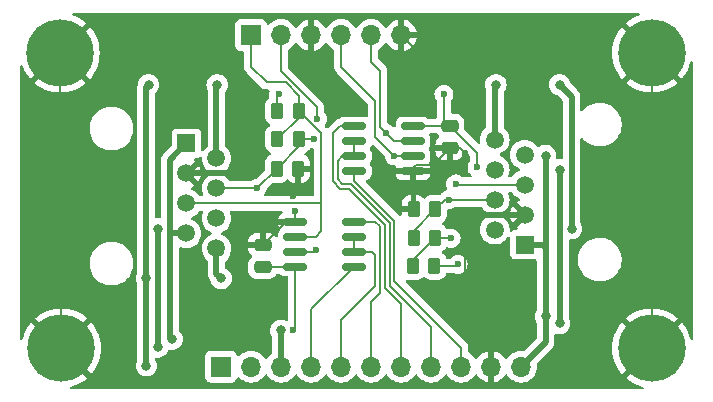
<source format=gbr>
%TF.GenerationSoftware,KiCad,Pcbnew,8.0.3*%
%TF.CreationDate,2024-06-22T22:44:29-05:00*%
%TF.ProjectId,RS485_breakout,52533438-355f-4627-9265-616b6f75742e,rev?*%
%TF.SameCoordinates,Original*%
%TF.FileFunction,Copper,L1,Top*%
%TF.FilePolarity,Positive*%
%FSLAX46Y46*%
G04 Gerber Fmt 4.6, Leading zero omitted, Abs format (unit mm)*
G04 Created by KiCad (PCBNEW 8.0.3) date 2024-06-22 22:44:29*
%MOMM*%
%LPD*%
G01*
G04 APERTURE LIST*
G04 Aperture macros list*
%AMRoundRect*
0 Rectangle with rounded corners*
0 $1 Rounding radius*
0 $2 $3 $4 $5 $6 $7 $8 $9 X,Y pos of 4 corners*
0 Add a 4 corners polygon primitive as box body*
4,1,4,$2,$3,$4,$5,$6,$7,$8,$9,$2,$3,0*
0 Add four circle primitives for the rounded corners*
1,1,$1+$1,$2,$3*
1,1,$1+$1,$4,$5*
1,1,$1+$1,$6,$7*
1,1,$1+$1,$8,$9*
0 Add four rect primitives between the rounded corners*
20,1,$1+$1,$2,$3,$4,$5,0*
20,1,$1+$1,$4,$5,$6,$7,0*
20,1,$1+$1,$6,$7,$8,$9,0*
20,1,$1+$1,$8,$9,$2,$3,0*%
G04 Aperture macros list end*
%TA.AperFunction,ComponentPad*%
%ADD10R,1.700000X1.700000*%
%TD*%
%TA.AperFunction,ComponentPad*%
%ADD11O,1.700000X1.700000*%
%TD*%
%TA.AperFunction,SMDPad,CuDef*%
%ADD12RoundRect,0.250000X-0.262500X-0.450000X0.262500X-0.450000X0.262500X0.450000X-0.262500X0.450000X0*%
%TD*%
%TA.AperFunction,SMDPad,CuDef*%
%ADD13RoundRect,0.150000X-0.825000X-0.150000X0.825000X-0.150000X0.825000X0.150000X-0.825000X0.150000X0*%
%TD*%
%TA.AperFunction,SMDPad,CuDef*%
%ADD14RoundRect,0.150000X0.825000X0.150000X-0.825000X0.150000X-0.825000X-0.150000X0.825000X-0.150000X0*%
%TD*%
%TA.AperFunction,SMDPad,CuDef*%
%ADD15RoundRect,0.250000X-0.475000X0.250000X-0.475000X-0.250000X0.475000X-0.250000X0.475000X0.250000X0*%
%TD*%
%TA.AperFunction,SMDPad,CuDef*%
%ADD16RoundRect,0.250000X0.475000X-0.250000X0.475000X0.250000X-0.475000X0.250000X-0.475000X-0.250000X0*%
%TD*%
%TA.AperFunction,ComponentPad*%
%ADD17C,5.700000*%
%TD*%
%TA.AperFunction,SMDPad,CuDef*%
%ADD18RoundRect,0.250000X0.262500X0.450000X-0.262500X0.450000X-0.262500X-0.450000X0.262500X-0.450000X0*%
%TD*%
%TA.AperFunction,ComponentPad*%
%ADD19R,1.500000X1.500000*%
%TD*%
%TA.AperFunction,ComponentPad*%
%ADD20C,1.500000*%
%TD*%
%TA.AperFunction,ViaPad*%
%ADD21C,0.600000*%
%TD*%
%TA.AperFunction,ViaPad*%
%ADD22C,0.800000*%
%TD*%
%TA.AperFunction,Conductor*%
%ADD23C,0.200000*%
%TD*%
%TA.AperFunction,Conductor*%
%ADD24C,0.500000*%
%TD*%
G04 APERTURE END LIST*
D10*
%TO.P,J2,1,Pin_1*%
%TO.N,/A0*%
X132080000Y-71000000D03*
D11*
%TO.P,J2,2,Pin_2*%
%TO.N,/B0*%
X134620000Y-71000000D03*
%TO.P,J2,3,Pin_3*%
%TO.N,GND*%
X137160000Y-71000000D03*
%TO.P,J2,4,Pin_4*%
%TO.N,/A1*%
X139700000Y-71000000D03*
%TO.P,J2,5,Pin_5*%
%TO.N,/B1*%
X142240000Y-71000000D03*
%TO.P,J2,6,Pin_6*%
%TO.N,GND*%
X144780000Y-71000000D03*
%TD*%
D12*
%TO.P,R1,1*%
%TO.N,+3V3*%
X134287500Y-77400000D03*
%TO.P,R1,2*%
%TO.N,/A0*%
X136112500Y-77400000D03*
%TD*%
D13*
%TO.P,U2,1,RO*%
%TO.N,/RX1*%
X140825000Y-78695000D03*
%TO.P,U2,2,~{RE}*%
%TO.N,/TXEN1*%
X140825000Y-79965000D03*
%TO.P,U2,3,DE*%
X140825000Y-81235000D03*
%TO.P,U2,4,DI*%
%TO.N,/TX1*%
X140825000Y-82505000D03*
%TO.P,U2,5,GND*%
%TO.N,GND*%
X145775000Y-82505000D03*
%TO.P,U2,6,A*%
%TO.N,/A1*%
X145775000Y-81235000D03*
%TO.P,U2,7,B*%
%TO.N,/B1*%
X145775000Y-79965000D03*
%TO.P,U2,8,VCC*%
%TO.N,+3V3*%
X145775000Y-78695000D03*
%TD*%
D14*
%TO.P,U1,1,RO*%
%TO.N,/RX0*%
X140775000Y-90605000D03*
%TO.P,U1,2,~{RE}*%
%TO.N,/TXEN0*%
X140775000Y-89335000D03*
%TO.P,U1,3,DE*%
X140775000Y-88065000D03*
%TO.P,U1,4,DI*%
%TO.N,/TX0*%
X140775000Y-86795000D03*
%TO.P,U1,5,GND*%
%TO.N,GND*%
X135825000Y-86795000D03*
%TO.P,U1,6,A*%
%TO.N,/A0*%
X135825000Y-88065000D03*
%TO.P,U1,7,B*%
%TO.N,/B0*%
X135825000Y-89335000D03*
%TO.P,U1,8,VCC*%
%TO.N,+3V3*%
X135825000Y-90605000D03*
%TD*%
D10*
%TO.P,J3,1,Pin_1*%
%TO.N,+BAT1*%
X129540000Y-99060000D03*
D11*
%TO.P,J3,2,Pin_2*%
%TO.N,+BAT2*%
X132080000Y-99060000D03*
%TO.P,J3,3,Pin_3*%
%TO.N,+3V3*%
X134620000Y-99060000D03*
%TO.P,J3,4,Pin_4*%
%TO.N,/RX0*%
X137160000Y-99060000D03*
%TO.P,J3,5,Pin_5*%
%TO.N,/TXEN0*%
X139700000Y-99060000D03*
%TO.P,J3,6,Pin_6*%
%TO.N,/TX0*%
X142240000Y-99060000D03*
%TO.P,J3,7,Pin_7*%
%TO.N,/RX1*%
X144780000Y-99060000D03*
%TO.P,J3,8,Pin_8*%
%TO.N,/TXEN1*%
X147320000Y-99060000D03*
%TO.P,J3,9,Pin_9*%
%TO.N,/TX1*%
X149860000Y-99060000D03*
%TO.P,J3,10,Pin_10*%
%TO.N,GND*%
X152400000Y-99060000D03*
%TO.P,J3,11,Pin_11*%
%TO.N,GND2*%
X154940000Y-99060000D03*
%TD*%
D15*
%TO.P,C2,1*%
%TO.N,+3V3*%
X148900000Y-78650000D03*
%TO.P,C2,2*%
%TO.N,GND*%
X148900000Y-80550000D03*
%TD*%
D12*
%TO.P,R2,1*%
%TO.N,/A0*%
X134287500Y-79800000D03*
%TO.P,R2,2*%
%TO.N,/B0*%
X136112500Y-79800000D03*
%TD*%
D16*
%TO.P,C1,1*%
%TO.N,+3V3*%
X133050000Y-90650000D03*
%TO.P,C1,2*%
%TO.N,GND*%
X133050000Y-88750000D03*
%TD*%
D17*
%TO.P,H1,1,1*%
%TO.N,GND*%
X115900000Y-72500000D03*
%TD*%
D18*
%TO.P,R5,1*%
%TO.N,/A1*%
X147650000Y-88150000D03*
%TO.P,R5,2*%
%TO.N,/B1*%
X145825000Y-88150000D03*
%TD*%
%TO.P,R4,1*%
%TO.N,+3V3*%
X147600000Y-90550000D03*
%TO.P,R4,2*%
%TO.N,/A1*%
X145775000Y-90550000D03*
%TD*%
%TO.P,R6,1*%
%TO.N,/B1*%
X147650000Y-85750000D03*
%TO.P,R6,2*%
%TO.N,GND*%
X145825000Y-85750000D03*
%TD*%
D19*
%TO.P,J1,1*%
%TO.N,GND2*%
X155250000Y-88732500D03*
D20*
%TO.P,J1,2*%
%TO.N,+BAT1*%
X152710000Y-87462500D03*
%TO.P,J1,3*%
%TO.N,GND*%
X155250000Y-86192500D03*
%TO.P,J1,4*%
%TO.N,/B1*%
X152710000Y-84922500D03*
%TO.P,J1,5*%
%TO.N,/A1*%
X155250000Y-83652500D03*
%TO.P,J1,6*%
%TO.N,+BAT2*%
X152710000Y-82382500D03*
%TO.P,J1,7*%
%TO.N,GND2*%
X155250000Y-81112500D03*
%TO.P,J1,8*%
%TO.N,+BAT1*%
X152710000Y-79842500D03*
%TD*%
D17*
%TO.P,H4,1,1*%
%TO.N,GND*%
X166000000Y-97500000D03*
%TD*%
%TO.P,H2,1,1*%
%TO.N,GND*%
X166000000Y-72500000D03*
%TD*%
D12*
%TO.P,R3,1*%
%TO.N,/B0*%
X134237500Y-82300000D03*
%TO.P,R3,2*%
%TO.N,GND*%
X136062500Y-82300000D03*
%TD*%
D17*
%TO.P,H3,1,1*%
%TO.N,GND*%
X116000000Y-97500000D03*
%TD*%
D19*
%TO.P,J0,1*%
%TO.N,GND2*%
X126600000Y-80167500D03*
D20*
%TO.P,J0,2*%
%TO.N,+BAT1*%
X129140000Y-81437500D03*
%TO.P,J0,3*%
%TO.N,GND*%
X126600000Y-82707500D03*
%TO.P,J0,4*%
%TO.N,/B0*%
X129140000Y-83977500D03*
%TO.P,J0,5*%
%TO.N,/A0*%
X126600000Y-85247500D03*
%TO.P,J0,6*%
%TO.N,+BAT2*%
X129140000Y-86517500D03*
%TO.P,J0,7*%
%TO.N,GND2*%
X126600000Y-87787500D03*
%TO.P,J0,8*%
%TO.N,+BAT1*%
X129140000Y-89057500D03*
%TD*%
D21*
%TO.N,GND*%
X115600000Y-82800000D03*
X147990000Y-74210000D03*
X166200000Y-86200000D03*
X150200000Y-86200000D03*
X135800000Y-85847500D03*
X137200000Y-74000000D03*
X150600000Y-77800000D03*
X135600000Y-84600000D03*
X131000000Y-74200000D03*
X150200000Y-81000000D03*
X131092500Y-82707500D03*
%TO.N,/B0*%
X137400000Y-79800000D03*
X137600000Y-89200000D03*
X137680515Y-78119485D03*
X132560000Y-83977500D03*
%TO.N,/B1*%
X148800000Y-84922500D03*
X143500000Y-79300000D03*
%TO.N,/A1*%
X149000000Y-88200000D03*
X149400000Y-83600000D03*
X144200000Y-81200000D03*
%TO.N,+3V3*%
X135600000Y-96000000D03*
X151200000Y-82200000D03*
D22*
X134600000Y-96000000D03*
D21*
X148400000Y-76000000D03*
X149600000Y-90400000D03*
X134400000Y-76000000D03*
D22*
%TO.N,GND2*%
X157000000Y-94800000D03*
X157000000Y-81200000D03*
X125400000Y-96740000D03*
%TO.N,+BAT2*%
X124200000Y-87400000D03*
X124200000Y-97400000D03*
X158200000Y-95400000D03*
X158200000Y-82400000D03*
%TO.N,+BAT1*%
X159200000Y-87400000D03*
X129540000Y-91600000D03*
X123200000Y-91600000D03*
X158200000Y-75200000D03*
X123400000Y-75200000D03*
X152800000Y-75200000D03*
X123200000Y-99000000D03*
X129200000Y-75200000D03*
%TD*%
D23*
%TO.N,GND*%
X145775000Y-82505000D02*
X145775000Y-82225000D01*
X145825000Y-82675000D02*
X145825000Y-85750000D01*
X135005000Y-86795000D02*
X135825000Y-86795000D01*
X135825000Y-86795000D02*
X135825000Y-85872500D01*
X144780000Y-71000000D02*
X147990000Y-74210000D01*
X116000000Y-83200000D02*
X115600000Y-82800000D01*
X150600000Y-76820000D02*
X150600000Y-77800000D01*
X166000000Y-72500000D02*
X166000000Y-86000000D01*
X150200000Y-93000000D02*
X150200000Y-86200000D01*
X136062500Y-84137500D02*
X136062500Y-82300000D01*
X131092500Y-82707500D02*
X131200000Y-82600000D01*
X147990000Y-74210000D02*
X150600000Y-76820000D01*
X137160000Y-73960000D02*
X137200000Y-74000000D01*
X166200000Y-86200000D02*
X166000000Y-86400000D01*
D24*
X150792500Y-86192500D02*
X150785000Y-86200000D01*
D23*
X145775000Y-82225000D02*
X146000000Y-82000000D01*
X166000000Y-86000000D02*
X166200000Y-86200000D01*
X147450000Y-82000000D02*
X148900000Y-80550000D01*
X152400000Y-95200000D02*
X150200000Y-93000000D01*
D24*
X126600000Y-82707500D02*
X131092500Y-82707500D01*
D23*
X116000000Y-97500000D02*
X116000000Y-83200000D01*
X115600000Y-82800000D02*
X115900000Y-82500000D01*
X115900000Y-82500000D02*
X115900000Y-72500000D01*
X145775000Y-82505000D02*
X145775000Y-82625000D01*
X135600000Y-84600000D02*
X136062500Y-84137500D01*
X135825000Y-85872500D02*
X135800000Y-85847500D01*
X137160000Y-71000000D02*
X137160000Y-73960000D01*
X145775000Y-82625000D02*
X145825000Y-82675000D01*
X131092500Y-82707500D02*
X131092500Y-74292500D01*
X152400000Y-99060000D02*
X152400000Y-95200000D01*
X146000000Y-82000000D02*
X147450000Y-82000000D01*
X166000000Y-86400000D02*
X166000000Y-97500000D01*
X148900000Y-80550000D02*
X149750000Y-80550000D01*
X131092500Y-74292500D02*
X131000000Y-74200000D01*
X149750000Y-80550000D02*
X150200000Y-81000000D01*
D24*
X155250000Y-86192500D02*
X150792500Y-86192500D01*
X150785000Y-86200000D02*
X150200000Y-86200000D01*
D23*
X133050000Y-88750000D02*
X135005000Y-86795000D01*
%TO.N,/B0*%
X137465000Y-89335000D02*
X137600000Y-89200000D01*
X134620000Y-71000000D02*
X134620000Y-74054315D01*
X129140000Y-83977500D02*
X132560000Y-83977500D01*
X136112500Y-79800000D02*
X136112500Y-80425000D01*
X135825000Y-89335000D02*
X137465000Y-89335000D01*
X134620000Y-74054315D02*
X135400000Y-74834315D01*
X137400000Y-79800000D02*
X136112500Y-79800000D01*
X132560000Y-83977500D02*
X134237500Y-82300000D01*
X135400000Y-74834315D02*
X137680515Y-77114830D01*
X137680515Y-77114830D02*
X137680515Y-78119485D01*
X136112500Y-80425000D02*
X134237500Y-82300000D01*
%TO.N,/A0*%
X138000000Y-79287500D02*
X136112500Y-77400000D01*
X136112500Y-77400000D02*
X136112500Y-77975000D01*
X135825000Y-88065000D02*
X137535000Y-88065000D01*
X137535000Y-88065000D02*
X138000000Y-87600000D01*
X136112500Y-76112500D02*
X135000000Y-75000000D01*
X138000000Y-87600000D02*
X138000000Y-85200000D01*
X136112500Y-77975000D02*
X134287500Y-79800000D01*
X137952500Y-85247500D02*
X138000000Y-85200000D01*
X133400000Y-75000000D02*
X132080000Y-73680000D01*
X132080000Y-73680000D02*
X132080000Y-71000000D01*
X126600000Y-85247500D02*
X137952500Y-85247500D01*
X135000000Y-75000000D02*
X133400000Y-75000000D01*
X138000000Y-85200000D02*
X138000000Y-79287500D01*
X136112500Y-77400000D02*
X136112500Y-76112500D01*
%TO.N,/B1*%
X148477500Y-84922500D02*
X147650000Y-85750000D01*
X152710000Y-84922500D02*
X148477500Y-84922500D01*
X145775000Y-79965000D02*
X144165000Y-79965000D01*
X143500000Y-79300000D02*
X143000000Y-78800000D01*
X143000000Y-78800000D02*
X143000000Y-74000000D01*
X147650000Y-85750000D02*
X145825000Y-87575000D01*
X143000000Y-74000000D02*
X142240000Y-73240000D01*
X144165000Y-79965000D02*
X143500000Y-79300000D01*
X145825000Y-87575000D02*
X145825000Y-88150000D01*
X142240000Y-73240000D02*
X142240000Y-71000000D01*
%TO.N,/A1*%
X139700000Y-71000000D02*
X139700000Y-73700000D01*
X148950000Y-88150000D02*
X149000000Y-88200000D01*
X147650000Y-88150000D02*
X148950000Y-88150000D01*
X155250000Y-83652500D02*
X149452500Y-83652500D01*
X144235000Y-81235000D02*
X144200000Y-81200000D01*
X145775000Y-90025000D02*
X145775000Y-90550000D01*
X147650000Y-88150000D02*
X145775000Y-90025000D01*
X142600000Y-79600000D02*
X144200000Y-81200000D01*
X149452500Y-83652500D02*
X149400000Y-83600000D01*
X142600000Y-76600000D02*
X142600000Y-79600000D01*
X139700000Y-73700000D02*
X142600000Y-76600000D01*
X145775000Y-81235000D02*
X144235000Y-81235000D01*
%TO.N,/TX0*%
X142240000Y-99060000D02*
X142240000Y-93560000D01*
X143000000Y-92800000D02*
X143000000Y-87200000D01*
X142240000Y-93560000D02*
X143000000Y-92800000D01*
X143000000Y-87200000D02*
X142595000Y-86795000D01*
X142595000Y-86795000D02*
X140775000Y-86795000D01*
%TO.N,/TXEN0*%
X142600000Y-92234314D02*
X139700000Y-95134314D01*
X142335000Y-89335000D02*
X142600000Y-89600000D01*
X140775000Y-89335000D02*
X142335000Y-89335000D01*
X142600000Y-89600000D02*
X142600000Y-92234314D01*
X139700000Y-95134314D02*
X139700000Y-99060000D01*
X140775000Y-88065000D02*
X140775000Y-89335000D01*
%TO.N,/TX1*%
X144200000Y-91800000D02*
X149860000Y-97460000D01*
X149860000Y-97460000D02*
X149860000Y-99060000D01*
X140825000Y-83327942D02*
X144200000Y-86702942D01*
X144200000Y-86702942D02*
X144200000Y-91800000D01*
X140825000Y-82505000D02*
X140825000Y-83327942D01*
%TO.N,/TXEN1*%
X143800000Y-92200000D02*
X143800000Y-86868628D01*
X147320000Y-95720000D02*
X147320000Y-99060000D01*
X139800000Y-83600000D02*
X139400000Y-83200000D01*
X143800000Y-92200000D02*
X147320000Y-95720000D01*
X140825000Y-79965000D02*
X140825000Y-81235000D01*
X140531372Y-83600000D02*
X139800000Y-83600000D01*
X139400000Y-83200000D02*
X139400000Y-81635000D01*
X139400000Y-81635000D02*
X139800000Y-81235000D01*
X143800000Y-86868628D02*
X140531372Y-83600000D01*
X139800000Y-81235000D02*
X140825000Y-81235000D01*
%TO.N,/RX1*%
X144780000Y-93780000D02*
X144780000Y-99060000D01*
X143400000Y-87034314D02*
X143400000Y-92400000D01*
X139600000Y-78695000D02*
X139000000Y-79295000D01*
X143400000Y-92400000D02*
X144780000Y-93780000D01*
X139000000Y-79295000D02*
X139000000Y-83365686D01*
X139000000Y-83365686D02*
X139634314Y-84000000D01*
X140825000Y-78695000D02*
X139600000Y-78695000D01*
X140365686Y-84000000D02*
X143400000Y-87034314D01*
X139634314Y-84000000D02*
X140365686Y-84000000D01*
%TO.N,+3V3*%
X134287500Y-77400000D02*
X134287500Y-76112500D01*
X134287500Y-76112500D02*
X134400000Y-76000000D01*
D24*
X134620000Y-96020000D02*
X134600000Y-96000000D01*
D23*
X148900000Y-78650000D02*
X151200000Y-80950000D01*
X151200000Y-80950000D02*
X151200000Y-82200000D01*
X145775000Y-78695000D02*
X148855000Y-78695000D01*
X135825000Y-95775000D02*
X135600000Y-96000000D01*
X135825000Y-90605000D02*
X135825000Y-95775000D01*
X135780000Y-90650000D02*
X135825000Y-90605000D01*
X133050000Y-90650000D02*
X135780000Y-90650000D01*
X149450000Y-90550000D02*
X149600000Y-90400000D01*
X148400000Y-78150000D02*
X148900000Y-78650000D01*
X148855000Y-78695000D02*
X148900000Y-78650000D01*
D24*
X134600000Y-96000000D02*
X134620000Y-95980000D01*
D23*
X147600000Y-90550000D02*
X149450000Y-90550000D01*
X148400000Y-76000000D02*
X148400000Y-78150000D01*
D24*
X134620000Y-99060000D02*
X134620000Y-96020000D01*
D23*
%TO.N,/RX0*%
X137160000Y-94220000D02*
X137160000Y-99060000D01*
X140775000Y-90605000D02*
X137160000Y-94220000D01*
D24*
%TO.N,GND2*%
X157000000Y-89000000D02*
X157000000Y-97000000D01*
X125200000Y-87800000D02*
X125200000Y-96540000D01*
X125200000Y-87800000D02*
X125200000Y-81567500D01*
X156732500Y-88732500D02*
X157000000Y-89000000D01*
X126600000Y-87787500D02*
X125212500Y-87787500D01*
X157000000Y-81200000D02*
X157000000Y-89000000D01*
X157000000Y-97000000D02*
X154940000Y-99060000D01*
X155250000Y-88732500D02*
X156732500Y-88732500D01*
X125212500Y-87787500D02*
X125200000Y-87800000D01*
X125200000Y-96540000D02*
X125400000Y-96740000D01*
X125200000Y-81567500D02*
X126600000Y-80167500D01*
%TO.N,+BAT2*%
X158200000Y-95400000D02*
X158200000Y-82400000D01*
X124200000Y-97400000D02*
X124200000Y-87400000D01*
%TO.N,+BAT1*%
X129140000Y-91200000D02*
X129540000Y-91600000D01*
X123200000Y-99000000D02*
X123200000Y-75400000D01*
X123200000Y-75400000D02*
X123400000Y-75200000D01*
X129140000Y-75260000D02*
X129200000Y-75200000D01*
X152710000Y-79842500D02*
X152710000Y-75290000D01*
X159200000Y-76200000D02*
X158200000Y-75200000D01*
X152710000Y-75290000D02*
X152800000Y-75200000D01*
X159200000Y-87400000D02*
X159200000Y-76200000D01*
X129140000Y-81437500D02*
X129140000Y-75260000D01*
X129540000Y-89457500D02*
X129140000Y-89057500D01*
X129140000Y-89057500D02*
X129140000Y-91200000D01*
%TD*%
%TA.AperFunction,Conductor*%
%TO.N,GND*%
G36*
X151606384Y-85542685D02*
G01*
X151640917Y-85575873D01*
X151748402Y-85729377D01*
X151903123Y-85884098D01*
X152060342Y-85994184D01*
X152082361Y-86009602D01*
X152233583Y-86080118D01*
X152286022Y-86126290D01*
X152305174Y-86193484D01*
X152284958Y-86260365D01*
X152233583Y-86304882D01*
X152082361Y-86375398D01*
X152082357Y-86375400D01*
X151903121Y-86500902D01*
X151748402Y-86655621D01*
X151622900Y-86834857D01*
X151622898Y-86834861D01*
X151530426Y-87033168D01*
X151530422Y-87033177D01*
X151473793Y-87244520D01*
X151473793Y-87244524D01*
X151454723Y-87462497D01*
X151454723Y-87462502D01*
X151456990Y-87488409D01*
X151471529Y-87654603D01*
X151473793Y-87680475D01*
X151473793Y-87680479D01*
X151530422Y-87891822D01*
X151530424Y-87891826D01*
X151530425Y-87891830D01*
X151550382Y-87934627D01*
X151622897Y-88090138D01*
X151646074Y-88123238D01*
X151748402Y-88269377D01*
X151903123Y-88424098D01*
X152082361Y-88549602D01*
X152280670Y-88642075D01*
X152492023Y-88698707D01*
X152674926Y-88714708D01*
X152709998Y-88717777D01*
X152710000Y-88717777D01*
X152710002Y-88717777D01*
X152738254Y-88715305D01*
X152927977Y-88698707D01*
X153139330Y-88642075D01*
X153337639Y-88549602D01*
X153516877Y-88424098D01*
X153671598Y-88269377D01*
X153773926Y-88123236D01*
X153828502Y-88079613D01*
X153898001Y-88072421D01*
X153960355Y-88103943D01*
X153995769Y-88164173D01*
X153999500Y-88194362D01*
X153999500Y-89530370D01*
X153999501Y-89530376D01*
X154005908Y-89589983D01*
X154056202Y-89724828D01*
X154056206Y-89724835D01*
X154142452Y-89840044D01*
X154142455Y-89840047D01*
X154257664Y-89926293D01*
X154257671Y-89926297D01*
X154392517Y-89976591D01*
X154392516Y-89976591D01*
X154399444Y-89977335D01*
X154452127Y-89983000D01*
X156047872Y-89982999D01*
X156101407Y-89977244D01*
X156112247Y-89976079D01*
X156181006Y-89988486D01*
X156232143Y-90036097D01*
X156249500Y-90099369D01*
X156249500Y-94265677D01*
X156232887Y-94327677D01*
X156172821Y-94431714D01*
X156114327Y-94611740D01*
X156114326Y-94611744D01*
X156094540Y-94800000D01*
X156114326Y-94988256D01*
X156114327Y-94988259D01*
X156172818Y-95168277D01*
X156172821Y-95168284D01*
X156205058Y-95224121D01*
X156232887Y-95272321D01*
X156249500Y-95334321D01*
X156249500Y-96637769D01*
X156229815Y-96704808D01*
X156213181Y-96725450D01*
X155251500Y-97687130D01*
X155190177Y-97720615D01*
X155153012Y-97722977D01*
X154940002Y-97704341D01*
X154939999Y-97704341D01*
X154704596Y-97724936D01*
X154704586Y-97724938D01*
X154476344Y-97786094D01*
X154476335Y-97786098D01*
X154262171Y-97885964D01*
X154262169Y-97885965D01*
X154068597Y-98021505D01*
X153901508Y-98188594D01*
X153771269Y-98374595D01*
X153716692Y-98418219D01*
X153647193Y-98425412D01*
X153584839Y-98393890D01*
X153568119Y-98374594D01*
X153438113Y-98188926D01*
X153438108Y-98188920D01*
X153271082Y-98021894D01*
X153077578Y-97886399D01*
X152863492Y-97786570D01*
X152863486Y-97786567D01*
X152650000Y-97729364D01*
X152650000Y-98626988D01*
X152592993Y-98594075D01*
X152465826Y-98560000D01*
X152334174Y-98560000D01*
X152207007Y-98594075D01*
X152150000Y-98626988D01*
X152150000Y-97729364D01*
X152149999Y-97729364D01*
X151936513Y-97786567D01*
X151936507Y-97786570D01*
X151722422Y-97886399D01*
X151722420Y-97886400D01*
X151528926Y-98021886D01*
X151528920Y-98021891D01*
X151361891Y-98188920D01*
X151361890Y-98188922D01*
X151231880Y-98374595D01*
X151177303Y-98418219D01*
X151107804Y-98425412D01*
X151045450Y-98393890D01*
X151028730Y-98374594D01*
X150898494Y-98188597D01*
X150731402Y-98021506D01*
X150731395Y-98021501D01*
X150537831Y-97885965D01*
X150537826Y-97885962D01*
X150532091Y-97883288D01*
X150479653Y-97837113D01*
X150460500Y-97770908D01*
X150460500Y-97549060D01*
X150460501Y-97549047D01*
X150460501Y-97380944D01*
X150458661Y-97374077D01*
X150419577Y-97228216D01*
X150414206Y-97218913D01*
X150340524Y-97091290D01*
X150340518Y-97091282D01*
X145175592Y-91926356D01*
X145142107Y-91865033D01*
X145147091Y-91795341D01*
X145188963Y-91739408D01*
X145254427Y-91714991D01*
X145302272Y-91720968D01*
X145359703Y-91739999D01*
X145462491Y-91750500D01*
X146087508Y-91750499D01*
X146087516Y-91750498D01*
X146087519Y-91750498D01*
X146143802Y-91744748D01*
X146190297Y-91739999D01*
X146356834Y-91684814D01*
X146506156Y-91592712D01*
X146599819Y-91499049D01*
X146661142Y-91465564D01*
X146730834Y-91470548D01*
X146775181Y-91499049D01*
X146868844Y-91592712D01*
X147018166Y-91684814D01*
X147184703Y-91739999D01*
X147287491Y-91750500D01*
X147912508Y-91750499D01*
X147912516Y-91750498D01*
X147912519Y-91750498D01*
X147968802Y-91744748D01*
X148015297Y-91739999D01*
X148181834Y-91684814D01*
X148331156Y-91592712D01*
X148455212Y-91468656D01*
X148547314Y-91319334D01*
X148575095Y-91235495D01*
X148614868Y-91178051D01*
X148679384Y-91151228D01*
X148692801Y-91150500D01*
X149300028Y-91150500D01*
X149340983Y-91157458D01*
X149420745Y-91185368D01*
X149420750Y-91185369D01*
X149599996Y-91205565D01*
X149600000Y-91205565D01*
X149600004Y-91205565D01*
X149779249Y-91185369D01*
X149779252Y-91185368D01*
X149779255Y-91185368D01*
X149949522Y-91125789D01*
X150102262Y-91029816D01*
X150229816Y-90902262D01*
X150325789Y-90749522D01*
X150385368Y-90579255D01*
X150405565Y-90400000D01*
X150404360Y-90389306D01*
X150385369Y-90220750D01*
X150385368Y-90220745D01*
X150376222Y-90194606D01*
X150325789Y-90050478D01*
X150325174Y-90049500D01*
X150253804Y-89935915D01*
X150229816Y-89897738D01*
X150102262Y-89770184D01*
X150075387Y-89753297D01*
X149949523Y-89674211D01*
X149779254Y-89614631D01*
X149779249Y-89614630D01*
X149600004Y-89594435D01*
X149599996Y-89594435D01*
X149420750Y-89614630D01*
X149420745Y-89614631D01*
X149250476Y-89674211D01*
X149097737Y-89770184D01*
X148970183Y-89897738D01*
X148966135Y-89902815D01*
X148908946Y-89942954D01*
X148869190Y-89949500D01*
X148692801Y-89949500D01*
X148625762Y-89929815D01*
X148580007Y-89877011D01*
X148575095Y-89864504D01*
X148566991Y-89840047D01*
X148547314Y-89780666D01*
X148455212Y-89631344D01*
X148331156Y-89507288D01*
X148331155Y-89507287D01*
X148272257Y-89470959D01*
X148225532Y-89419011D01*
X148214309Y-89350049D01*
X148242153Y-89285966D01*
X148272257Y-89259881D01*
X148381156Y-89192712D01*
X148505212Y-89068656D01*
X148551119Y-88994227D01*
X148603067Y-88947503D01*
X148672029Y-88936280D01*
X148697613Y-88942283D01*
X148820737Y-88985366D01*
X148820743Y-88985367D01*
X148820745Y-88985368D01*
X148820746Y-88985368D01*
X148820750Y-88985369D01*
X148999996Y-89005565D01*
X149000000Y-89005565D01*
X149000004Y-89005565D01*
X149179249Y-88985369D01*
X149179252Y-88985368D01*
X149179255Y-88985368D01*
X149349522Y-88925789D01*
X149502262Y-88829816D01*
X149629816Y-88702262D01*
X149725789Y-88549522D01*
X149785368Y-88379255D01*
X149785949Y-88374102D01*
X149805565Y-88200003D01*
X149805565Y-88199996D01*
X149785369Y-88020750D01*
X149785368Y-88020745D01*
X149780025Y-88005475D01*
X149725789Y-87850478D01*
X149714043Y-87831785D01*
X149656477Y-87740169D01*
X149629816Y-87697738D01*
X149502262Y-87570184D01*
X149452159Y-87538702D01*
X149349523Y-87474211D01*
X149179254Y-87414631D01*
X149179249Y-87414630D01*
X149000004Y-87394435D01*
X148999996Y-87394435D01*
X148820750Y-87414630D01*
X148820742Y-87414632D01*
X148748186Y-87440021D01*
X148678408Y-87443582D01*
X148617780Y-87408853D01*
X148602219Y-87386125D01*
X148601105Y-87386813D01*
X148597314Y-87380666D01*
X148505212Y-87231344D01*
X148381156Y-87107288D01*
X148381155Y-87107287D01*
X148297257Y-87055539D01*
X148250532Y-87003591D01*
X148239309Y-86934629D01*
X148267153Y-86870546D01*
X148297257Y-86844461D01*
X148297734Y-86844167D01*
X148381156Y-86792712D01*
X148505212Y-86668656D01*
X148597314Y-86519334D01*
X148652499Y-86352797D01*
X148663000Y-86250009D01*
X148662999Y-85851383D01*
X148682683Y-85784345D01*
X148735487Y-85738590D01*
X148793036Y-85729418D01*
X148793036Y-85728065D01*
X148800003Y-85728065D01*
X148979249Y-85707869D01*
X148979252Y-85707868D01*
X148979255Y-85707868D01*
X149149522Y-85648289D01*
X149302262Y-85552316D01*
X149302267Y-85552310D01*
X149305097Y-85550055D01*
X149307275Y-85549165D01*
X149308158Y-85548611D01*
X149308255Y-85548765D01*
X149369783Y-85523645D01*
X149382412Y-85523000D01*
X151539345Y-85523000D01*
X151606384Y-85542685D01*
G37*
%TD.AperFunction*%
%TA.AperFunction,Conductor*%
G36*
X154146384Y-84272685D02*
G01*
X154180917Y-84305873D01*
X154288402Y-84459377D01*
X154443123Y-84614098D01*
X154590685Y-84717422D01*
X154622361Y-84739602D01*
X154774175Y-84810394D01*
X154826614Y-84856566D01*
X154845766Y-84923760D01*
X154825550Y-84990641D01*
X154774175Y-85035158D01*
X154622613Y-85105833D01*
X154560427Y-85149374D01*
X155223553Y-85812500D01*
X155199972Y-85812500D01*
X155103325Y-85838396D01*
X155016675Y-85888424D01*
X154945924Y-85959175D01*
X154895896Y-86045825D01*
X154870000Y-86142472D01*
X154870000Y-86166054D01*
X154206874Y-85502928D01*
X154163333Y-85565113D01*
X154070898Y-85763340D01*
X154070894Y-85763349D01*
X154014289Y-85974605D01*
X154014287Y-85974615D01*
X153995225Y-86192499D01*
X153995225Y-86192500D01*
X154014287Y-86410384D01*
X154014289Y-86410394D01*
X154070894Y-86621650D01*
X154070898Y-86621659D01*
X154163333Y-86819887D01*
X154206874Y-86882071D01*
X154870000Y-86218945D01*
X154870000Y-86242528D01*
X154895896Y-86339175D01*
X154945924Y-86425825D01*
X155016675Y-86496576D01*
X155103325Y-86546604D01*
X155199972Y-86572500D01*
X155223551Y-86572500D01*
X154560427Y-87235624D01*
X154590134Y-87256425D01*
X154633759Y-87311002D01*
X154640953Y-87380500D01*
X154609430Y-87442855D01*
X154549201Y-87478269D01*
X154519013Y-87482000D01*
X154452130Y-87482000D01*
X154452123Y-87482001D01*
X154392516Y-87488408D01*
X154257671Y-87538702D01*
X154257668Y-87538704D01*
X154159660Y-87612073D01*
X154094195Y-87636490D01*
X154025922Y-87621638D01*
X153976517Y-87572233D01*
X153961665Y-87503960D01*
X153961815Y-87502066D01*
X153965277Y-87462500D01*
X153963310Y-87440021D01*
X153959809Y-87400000D01*
X153946207Y-87244523D01*
X153889575Y-87033170D01*
X153797102Y-86834862D01*
X153797100Y-86834859D01*
X153797099Y-86834857D01*
X153671599Y-86655624D01*
X153595273Y-86579298D01*
X153516877Y-86500902D01*
X153337639Y-86375398D01*
X153186414Y-86304881D01*
X153133977Y-86258710D01*
X153114825Y-86191516D01*
X153135041Y-86124635D01*
X153186414Y-86080118D01*
X153337639Y-86009602D01*
X153516877Y-85884098D01*
X153671598Y-85729377D01*
X153797102Y-85550139D01*
X153889575Y-85351830D01*
X153946207Y-85140477D01*
X153965277Y-84922500D01*
X153946207Y-84704523D01*
X153903910Y-84546667D01*
X153889577Y-84493177D01*
X153889572Y-84493163D01*
X153859841Y-84429404D01*
X153849349Y-84360327D01*
X153877869Y-84296543D01*
X153936346Y-84258304D01*
X153972223Y-84253000D01*
X154079345Y-84253000D01*
X154146384Y-84272685D01*
G37*
%TD.AperFunction*%
%TA.AperFunction,Conductor*%
G36*
X147784997Y-79315185D02*
G01*
X147823496Y-79354403D01*
X147832285Y-79368652D01*
X147832288Y-79368656D01*
X147956344Y-79492712D01*
X147959628Y-79494737D01*
X147959653Y-79494753D01*
X147961445Y-79496746D01*
X147962011Y-79497193D01*
X147961934Y-79497289D01*
X148006379Y-79546699D01*
X148017603Y-79615661D01*
X147989761Y-79679744D01*
X147959665Y-79705826D01*
X147956660Y-79707679D01*
X147956655Y-79707683D01*
X147832684Y-79831654D01*
X147740643Y-79980875D01*
X147740641Y-79980880D01*
X147685494Y-80147302D01*
X147685493Y-80147309D01*
X147675000Y-80250013D01*
X147675000Y-80300000D01*
X149026000Y-80300000D01*
X149093039Y-80319685D01*
X149138794Y-80372489D01*
X149150000Y-80424000D01*
X149150000Y-81549999D01*
X149424972Y-81549999D01*
X149424986Y-81549998D01*
X149527697Y-81539505D01*
X149694119Y-81484358D01*
X149694124Y-81484356D01*
X149843345Y-81392315D01*
X149967315Y-81268345D01*
X150059356Y-81119124D01*
X150059358Y-81119119D01*
X150110745Y-80964044D01*
X150150517Y-80906599D01*
X150215033Y-80879776D01*
X150283809Y-80892091D01*
X150316132Y-80915367D01*
X150563181Y-81162416D01*
X150596666Y-81223739D01*
X150599500Y-81250097D01*
X150599500Y-81617587D01*
X150579815Y-81684626D01*
X150572450Y-81694896D01*
X150570186Y-81697734D01*
X150474211Y-81850476D01*
X150414631Y-82020745D01*
X150414630Y-82020750D01*
X150394435Y-82199996D01*
X150394435Y-82200003D01*
X150414630Y-82379249D01*
X150414631Y-82379254D01*
X150474211Y-82549523D01*
X150546247Y-82664166D01*
X150570184Y-82702262D01*
X150697738Y-82829816D01*
X150697743Y-82829819D01*
X150699289Y-82831052D01*
X150700030Y-82832108D01*
X150702662Y-82834740D01*
X150702201Y-82835200D01*
X150739430Y-82888240D01*
X150742280Y-82958052D01*
X150706936Y-83018322D01*
X150644617Y-83049916D01*
X150621977Y-83052000D01*
X150035440Y-83052000D01*
X149968401Y-83032315D01*
X149947759Y-83015681D01*
X149902262Y-82970184D01*
X149749523Y-82874211D01*
X149579254Y-82814631D01*
X149579249Y-82814630D01*
X149400004Y-82794435D01*
X149399996Y-82794435D01*
X149220750Y-82814630D01*
X149220745Y-82814631D01*
X149050476Y-82874211D01*
X148897737Y-82970184D01*
X148770184Y-83097737D01*
X148674211Y-83250476D01*
X148614631Y-83420745D01*
X148614630Y-83420750D01*
X148594435Y-83599996D01*
X148594435Y-83600003D01*
X148614630Y-83779249D01*
X148614631Y-83779254D01*
X148674211Y-83949523D01*
X148678484Y-83956323D01*
X148697484Y-84023560D01*
X148677116Y-84090395D01*
X148623848Y-84135609D01*
X148614447Y-84139335D01*
X148588875Y-84148283D01*
X148450478Y-84196710D01*
X148297734Y-84292686D01*
X148297733Y-84292686D01*
X148214154Y-84376265D01*
X148188475Y-84395970D01*
X148108784Y-84441980D01*
X148108780Y-84441983D01*
X148037580Y-84513182D01*
X147976257Y-84546667D01*
X147949900Y-84549500D01*
X147337498Y-84549500D01*
X147337480Y-84549501D01*
X147234703Y-84560000D01*
X147234700Y-84560001D01*
X147068168Y-84615185D01*
X147068163Y-84615187D01*
X146918845Y-84707287D01*
X146824827Y-84801305D01*
X146763503Y-84834789D01*
X146693812Y-84829805D01*
X146649465Y-84801304D01*
X146555845Y-84707684D01*
X146406624Y-84615643D01*
X146406619Y-84615641D01*
X146240197Y-84560494D01*
X146240190Y-84560493D01*
X146137486Y-84550000D01*
X146075000Y-84550000D01*
X146075000Y-85876000D01*
X146055315Y-85943039D01*
X146002511Y-85988794D01*
X145951000Y-86000000D01*
X144812501Y-86000000D01*
X144812501Y-86166845D01*
X144792816Y-86233884D01*
X144740012Y-86279639D01*
X144670854Y-86289583D01*
X144607298Y-86260558D01*
X144600820Y-86254526D01*
X143596307Y-85250013D01*
X144812500Y-85250013D01*
X144812500Y-85500000D01*
X145575000Y-85500000D01*
X145575000Y-84550000D01*
X145574999Y-84549999D01*
X145512528Y-84550000D01*
X145512511Y-84550001D01*
X145409802Y-84560494D01*
X145243380Y-84615641D01*
X145243375Y-84615643D01*
X145094154Y-84707684D01*
X144970184Y-84831654D01*
X144878143Y-84980875D01*
X144878141Y-84980880D01*
X144822994Y-85147302D01*
X144822993Y-85147309D01*
X144812500Y-85250013D01*
X143596307Y-85250013D01*
X143235001Y-84888707D01*
X141820490Y-83474197D01*
X141787006Y-83412875D01*
X141791990Y-83343183D01*
X141833862Y-83287250D01*
X141873576Y-83267441D01*
X141910398Y-83256744D01*
X142051865Y-83173081D01*
X142168081Y-83056865D01*
X142251744Y-82915398D01*
X142297598Y-82757569D01*
X142297800Y-82755001D01*
X144302704Y-82755001D01*
X144302899Y-82757486D01*
X144348718Y-82915198D01*
X144432314Y-83056552D01*
X144432321Y-83056561D01*
X144548438Y-83172678D01*
X144548447Y-83172685D01*
X144689803Y-83256282D01*
X144689806Y-83256283D01*
X144847504Y-83302099D01*
X144847510Y-83302100D01*
X144884350Y-83304999D01*
X144884366Y-83305000D01*
X145525000Y-83305000D01*
X146025000Y-83305000D01*
X146665634Y-83305000D01*
X146665649Y-83304999D01*
X146702489Y-83302100D01*
X146702495Y-83302099D01*
X146860193Y-83256283D01*
X146860196Y-83256282D01*
X147001552Y-83172685D01*
X147001561Y-83172678D01*
X147117678Y-83056561D01*
X147117685Y-83056552D01*
X147201281Y-82915198D01*
X147247100Y-82757486D01*
X147247295Y-82755001D01*
X147247295Y-82755000D01*
X146025000Y-82755000D01*
X146025000Y-83305000D01*
X145525000Y-83305000D01*
X145525000Y-82755000D01*
X144302705Y-82755000D01*
X144302704Y-82755001D01*
X142297800Y-82755001D01*
X142300500Y-82720694D01*
X142300500Y-82289306D01*
X142297598Y-82252431D01*
X142295259Y-82244381D01*
X142251745Y-82094606D01*
X142251744Y-82094603D01*
X142251744Y-82094602D01*
X142168081Y-81953135D01*
X142168078Y-81953132D01*
X142163298Y-81946969D01*
X142165750Y-81945066D01*
X142139155Y-81896421D01*
X142144104Y-81826726D01*
X142164940Y-81794304D01*
X142163298Y-81793031D01*
X142168075Y-81786870D01*
X142168081Y-81786865D01*
X142251744Y-81645398D01*
X142297598Y-81487569D01*
X142300500Y-81450694D01*
X142300500Y-81019306D01*
X142297598Y-80982431D01*
X142292642Y-80965373D01*
X142257005Y-80842710D01*
X142251744Y-80824602D01*
X142168081Y-80683135D01*
X142168078Y-80683132D01*
X142163298Y-80676969D01*
X142165750Y-80675066D01*
X142139155Y-80626421D01*
X142144104Y-80556726D01*
X142164940Y-80524304D01*
X142163298Y-80523031D01*
X142168075Y-80516870D01*
X142168081Y-80516865D01*
X142251744Y-80375398D01*
X142255024Y-80364106D01*
X142292627Y-80305222D01*
X142356098Y-80276013D01*
X142425285Y-80285756D01*
X142461782Y-80311018D01*
X143369298Y-81218534D01*
X143402783Y-81279857D01*
X143404837Y-81292331D01*
X143414630Y-81379249D01*
X143414631Y-81379254D01*
X143414632Y-81379255D01*
X143417782Y-81388256D01*
X143474210Y-81549521D01*
X143499015Y-81588997D01*
X143570184Y-81702262D01*
X143697738Y-81829816D01*
X143775008Y-81878368D01*
X143840279Y-81919381D01*
X143850478Y-81925789D01*
X143929520Y-81953447D01*
X144020745Y-81985368D01*
X144020750Y-81985369D01*
X144199996Y-82005565D01*
X144206964Y-82005565D01*
X144206964Y-82008029D01*
X144264485Y-82018090D01*
X144315877Y-82065425D01*
X144333519Y-82133031D01*
X144328653Y-82163863D01*
X144302900Y-82252508D01*
X144302899Y-82252511D01*
X144302704Y-82254998D01*
X144302705Y-82255000D01*
X147247295Y-82255000D01*
X147247295Y-82254998D01*
X147247100Y-82252513D01*
X147201281Y-82094801D01*
X147117685Y-81953447D01*
X147112900Y-81947278D01*
X147115366Y-81945364D01*
X147088802Y-81896776D01*
X147093749Y-81827082D01*
X147114856Y-81794232D01*
X147113301Y-81793026D01*
X147118077Y-81786868D01*
X147118081Y-81786865D01*
X147201744Y-81645398D01*
X147247598Y-81487569D01*
X147250500Y-81450694D01*
X147250500Y-81019306D01*
X147247598Y-80982431D01*
X147242642Y-80965373D01*
X147209119Y-80849986D01*
X147675001Y-80849986D01*
X147685494Y-80952697D01*
X147740641Y-81119119D01*
X147740643Y-81119124D01*
X147832684Y-81268345D01*
X147956654Y-81392315D01*
X148105875Y-81484356D01*
X148105880Y-81484358D01*
X148272302Y-81539505D01*
X148272309Y-81539506D01*
X148375019Y-81549999D01*
X148649999Y-81549999D01*
X148650000Y-81549998D01*
X148650000Y-80800000D01*
X147675001Y-80800000D01*
X147675001Y-80849986D01*
X147209119Y-80849986D01*
X147207005Y-80842710D01*
X147201744Y-80824602D01*
X147118081Y-80683135D01*
X147118078Y-80683132D01*
X147113298Y-80676969D01*
X147115750Y-80675066D01*
X147089155Y-80626421D01*
X147094104Y-80556726D01*
X147114940Y-80524304D01*
X147113298Y-80523031D01*
X147118075Y-80516870D01*
X147118081Y-80516865D01*
X147201744Y-80375398D01*
X147242323Y-80235726D01*
X147247597Y-80217573D01*
X147247598Y-80217567D01*
X147250500Y-80180694D01*
X147250500Y-79749306D01*
X147247598Y-79712431D01*
X147246217Y-79707679D01*
X147201745Y-79554606D01*
X147201744Y-79554602D01*
X147192871Y-79539598D01*
X147159175Y-79482620D01*
X147141992Y-79414896D01*
X147164152Y-79348634D01*
X147218619Y-79304871D01*
X147265907Y-79295500D01*
X147717958Y-79295500D01*
X147784997Y-79315185D01*
G37*
%TD.AperFunction*%
%TA.AperFunction,Conductor*%
G36*
X127824075Y-81278360D02*
G01*
X127873481Y-81327765D01*
X127888334Y-81396037D01*
X127888178Y-81397999D01*
X127884723Y-81437496D01*
X127884723Y-81437502D01*
X127903793Y-81655475D01*
X127903793Y-81655479D01*
X127960422Y-81866822D01*
X127960424Y-81866826D01*
X127960425Y-81866830D01*
X127997939Y-81947278D01*
X128052897Y-82065138D01*
X128073528Y-82094602D01*
X128178402Y-82244377D01*
X128333123Y-82399098D01*
X128512360Y-82524601D01*
X128512361Y-82524602D01*
X128663583Y-82595118D01*
X128716022Y-82641290D01*
X128735174Y-82708484D01*
X128714958Y-82775365D01*
X128663583Y-82819882D01*
X128512361Y-82890398D01*
X128512357Y-82890400D01*
X128333121Y-83015902D01*
X128178402Y-83170621D01*
X128052900Y-83349857D01*
X128052898Y-83349861D01*
X127960426Y-83548168D01*
X127960422Y-83548177D01*
X127903793Y-83759520D01*
X127903793Y-83759524D01*
X127884723Y-83977497D01*
X127884723Y-83977502D01*
X127903793Y-84195475D01*
X127903793Y-84195479D01*
X127960422Y-84406822D01*
X127960427Y-84406836D01*
X127990159Y-84470596D01*
X128000651Y-84539673D01*
X127972131Y-84603457D01*
X127913654Y-84641696D01*
X127877777Y-84647000D01*
X127770655Y-84647000D01*
X127703616Y-84627315D01*
X127669080Y-84594123D01*
X127561599Y-84440624D01*
X127485349Y-84364374D01*
X127406877Y-84285902D01*
X127227639Y-84160398D01*
X127227640Y-84160398D01*
X127227638Y-84160397D01*
X127075824Y-84089605D01*
X127023385Y-84043432D01*
X127004233Y-83976239D01*
X127024449Y-83909358D01*
X127075825Y-83864840D01*
X127227388Y-83794166D01*
X127289570Y-83750624D01*
X126626446Y-83087500D01*
X126650028Y-83087500D01*
X126746675Y-83061604D01*
X126833325Y-83011576D01*
X126904076Y-82940825D01*
X126954104Y-82854175D01*
X126980000Y-82757528D01*
X126980000Y-82733946D01*
X127643124Y-83397070D01*
X127686668Y-83334885D01*
X127686669Y-83334883D01*
X127779100Y-83136664D01*
X127779105Y-83136650D01*
X127835710Y-82925394D01*
X127835712Y-82925384D01*
X127854775Y-82707500D01*
X127854775Y-82707499D01*
X127835712Y-82489615D01*
X127835710Y-82489605D01*
X127779105Y-82278349D01*
X127779101Y-82278340D01*
X127686667Y-82080114D01*
X127686666Y-82080112D01*
X127643124Y-82017928D01*
X127643124Y-82017927D01*
X126980000Y-82681051D01*
X126980000Y-82657472D01*
X126954104Y-82560825D01*
X126904076Y-82474175D01*
X126833325Y-82403424D01*
X126746675Y-82353396D01*
X126650028Y-82327500D01*
X126626447Y-82327500D01*
X127289571Y-81664374D01*
X127259865Y-81643574D01*
X127216240Y-81588997D01*
X127209048Y-81519498D01*
X127240570Y-81457144D01*
X127300800Y-81421730D01*
X127330989Y-81417999D01*
X127397871Y-81417999D01*
X127397872Y-81417999D01*
X127457483Y-81411591D01*
X127592331Y-81361296D01*
X127690340Y-81287926D01*
X127755802Y-81263509D01*
X127824075Y-81278360D01*
G37*
%TD.AperFunction*%
%TA.AperFunction,Conductor*%
G36*
X137174379Y-80569143D02*
G01*
X137220745Y-80585368D01*
X137289384Y-80593101D01*
X137353796Y-80620166D01*
X137393352Y-80677760D01*
X137399500Y-80716321D01*
X137399500Y-84523000D01*
X137379815Y-84590039D01*
X137327011Y-84635794D01*
X137275500Y-84647000D01*
X133309095Y-84647000D01*
X133242056Y-84627315D01*
X133196301Y-84574511D01*
X133186357Y-84505353D01*
X133204101Y-84457028D01*
X133247595Y-84387807D01*
X133285789Y-84327022D01*
X133345368Y-84156755D01*
X133355161Y-84069829D01*
X133382226Y-84005418D01*
X133390690Y-83996043D01*
X133849917Y-83536816D01*
X133911238Y-83503333D01*
X133937586Y-83500499D01*
X134550008Y-83500499D01*
X134550016Y-83500498D01*
X134550019Y-83500498D01*
X134606302Y-83494748D01*
X134652797Y-83489999D01*
X134819334Y-83434814D01*
X134968656Y-83342712D01*
X135062675Y-83248692D01*
X135123994Y-83215210D01*
X135193686Y-83220194D01*
X135238034Y-83248695D01*
X135331654Y-83342315D01*
X135480875Y-83434356D01*
X135480880Y-83434358D01*
X135647302Y-83489505D01*
X135647309Y-83489506D01*
X135750019Y-83499999D01*
X136312500Y-83499999D01*
X136374972Y-83499999D01*
X136374986Y-83499998D01*
X136477697Y-83489505D01*
X136644119Y-83434358D01*
X136644124Y-83434356D01*
X136793345Y-83342315D01*
X136917315Y-83218345D01*
X137009356Y-83069124D01*
X137009358Y-83069119D01*
X137064505Y-82902697D01*
X137064506Y-82902690D01*
X137074999Y-82799986D01*
X137075000Y-82799973D01*
X137075000Y-82550000D01*
X136312500Y-82550000D01*
X136312500Y-83499999D01*
X135750019Y-83499999D01*
X135812499Y-83499998D01*
X135812500Y-83499998D01*
X135812500Y-82174000D01*
X135832185Y-82106961D01*
X135884989Y-82061206D01*
X135936500Y-82050000D01*
X137074999Y-82050000D01*
X137074999Y-81800028D01*
X137074998Y-81800013D01*
X137064505Y-81697302D01*
X137009358Y-81530880D01*
X137009356Y-81530875D01*
X136917315Y-81381654D01*
X136793345Y-81257684D01*
X136644552Y-81165908D01*
X136597828Y-81113960D01*
X136586605Y-81044997D01*
X136614449Y-80980915D01*
X136670644Y-80942663D01*
X136694334Y-80934814D01*
X136843656Y-80842712D01*
X136967712Y-80718656D01*
X137027891Y-80621088D01*
X137079837Y-80574365D01*
X137148800Y-80563142D01*
X137174379Y-80569143D01*
G37*
%TD.AperFunction*%
%TA.AperFunction,Conductor*%
G36*
X137410000Y-72330633D02*
G01*
X137623483Y-72273433D01*
X137623492Y-72273429D01*
X137837578Y-72173600D01*
X138031082Y-72038105D01*
X138198105Y-71871082D01*
X138328119Y-71685405D01*
X138382696Y-71641781D01*
X138452195Y-71634588D01*
X138514549Y-71666110D01*
X138531269Y-71685405D01*
X138661505Y-71871401D01*
X138828599Y-72038495D01*
X138925384Y-72106265D01*
X139022165Y-72174032D01*
X139022167Y-72174033D01*
X139022170Y-72174035D01*
X139027898Y-72176706D01*
X139080339Y-72222872D01*
X139099500Y-72289090D01*
X139099500Y-73613330D01*
X139099499Y-73613348D01*
X139099499Y-73779054D01*
X139099498Y-73779054D01*
X139099499Y-73779057D01*
X139140423Y-73931785D01*
X139165522Y-73975258D01*
X139219480Y-74068716D01*
X139219482Y-74068718D01*
X139338349Y-74187585D01*
X139338355Y-74187590D01*
X141963181Y-76812416D01*
X141996666Y-76873739D01*
X141999500Y-76900097D01*
X141999500Y-77803989D01*
X141979815Y-77871028D01*
X141927011Y-77916783D01*
X141857853Y-77926727D01*
X141840906Y-77923066D01*
X141752567Y-77897401D01*
X141715701Y-77894500D01*
X141715694Y-77894500D01*
X139934306Y-77894500D01*
X139934298Y-77894500D01*
X139897432Y-77897401D01*
X139897426Y-77897402D01*
X139739606Y-77943254D01*
X139739603Y-77943255D01*
X139598137Y-78026917D01*
X139598129Y-78026923D01*
X139557565Y-78067488D01*
X139501977Y-78099582D01*
X139368214Y-78135423D01*
X139357682Y-78141504D01*
X139354869Y-78143129D01*
X139354860Y-78143134D01*
X139354857Y-78143135D01*
X139231290Y-78214475D01*
X139231282Y-78214481D01*
X138631284Y-78814480D01*
X138631283Y-78814481D01*
X138591430Y-78854333D01*
X138530107Y-78887818D01*
X138460415Y-78882832D01*
X138416069Y-78854332D01*
X138364397Y-78802660D01*
X138364374Y-78802639D01*
X138331306Y-78769571D01*
X138297821Y-78708248D01*
X138302805Y-78638556D01*
X138313994Y-78615918D01*
X138406302Y-78469011D01*
X138406302Y-78469009D01*
X138406304Y-78469007D01*
X138465883Y-78298740D01*
X138475377Y-78214480D01*
X138486080Y-78119488D01*
X138486080Y-78119481D01*
X138465884Y-77940235D01*
X138465883Y-77940230D01*
X138459877Y-77923066D01*
X138406304Y-77769963D01*
X138310331Y-77617223D01*
X138310329Y-77617221D01*
X138310328Y-77617219D01*
X138308065Y-77614381D01*
X138307174Y-77612200D01*
X138306626Y-77611327D01*
X138306779Y-77611230D01*
X138281659Y-77549694D01*
X138281015Y-77537072D01*
X138281015Y-77035776D01*
X138281015Y-77035773D01*
X138279620Y-77030564D01*
X138240092Y-76883045D01*
X138201641Y-76816446D01*
X138161035Y-76746114D01*
X138049231Y-76634310D01*
X138049230Y-76634309D01*
X138044900Y-76629979D01*
X138044889Y-76629969D01*
X135887590Y-74472670D01*
X135887588Y-74472667D01*
X135256819Y-73841898D01*
X135223334Y-73780575D01*
X135220500Y-73754217D01*
X135220500Y-72289090D01*
X135240185Y-72222051D01*
X135292101Y-72176706D01*
X135297830Y-72174035D01*
X135491401Y-72038495D01*
X135658495Y-71871401D01*
X135788730Y-71685405D01*
X135843307Y-71641781D01*
X135912805Y-71634587D01*
X135975160Y-71666110D01*
X135991879Y-71685405D01*
X136121890Y-71871078D01*
X136288917Y-72038105D01*
X136482421Y-72173600D01*
X136696507Y-72273429D01*
X136696516Y-72273433D01*
X136910000Y-72330634D01*
X136910000Y-71433012D01*
X136967007Y-71465925D01*
X137094174Y-71500000D01*
X137225826Y-71500000D01*
X137352993Y-71465925D01*
X137410000Y-71433012D01*
X137410000Y-72330633D01*
G37*
%TD.AperFunction*%
%TA.AperFunction,Conductor*%
G36*
X164908379Y-69120185D02*
G01*
X164954134Y-69172989D01*
X164964078Y-69242147D01*
X164935053Y-69305703D01*
X164880933Y-69342009D01*
X164758210Y-69383359D01*
X164758205Y-69383360D01*
X164428535Y-69535883D01*
X164428522Y-69535890D01*
X164117282Y-69723156D01*
X164117266Y-69723167D01*
X163828075Y-69943002D01*
X163811888Y-69958335D01*
X163811887Y-69958335D01*
X165059301Y-71205748D01*
X164957670Y-71279588D01*
X164779588Y-71457670D01*
X164705748Y-71559300D01*
X163460970Y-70314522D01*
X163460969Y-70314523D01*
X163329177Y-70469680D01*
X163329170Y-70469690D01*
X163125318Y-70770348D01*
X163125316Y-70770352D01*
X162955161Y-71091297D01*
X162955152Y-71091315D01*
X162820697Y-71428772D01*
X162820695Y-71428779D01*
X162723519Y-71778777D01*
X162723517Y-71778785D01*
X162664746Y-72137271D01*
X162645080Y-72499997D01*
X162645080Y-72500002D01*
X162664746Y-72862728D01*
X162723517Y-73221214D01*
X162723519Y-73221222D01*
X162820695Y-73571220D01*
X162820697Y-73571227D01*
X162955152Y-73908684D01*
X162955161Y-73908702D01*
X163125316Y-74229647D01*
X163125318Y-74229651D01*
X163329170Y-74530309D01*
X163329177Y-74530319D01*
X163460969Y-74685475D01*
X163460970Y-74685475D01*
X164705748Y-73440698D01*
X164779588Y-73542330D01*
X164957670Y-73720412D01*
X165059300Y-73794251D01*
X163811888Y-75041662D01*
X163811888Y-75041664D01*
X163828070Y-75056992D01*
X163828071Y-75056993D01*
X164117266Y-75276832D01*
X164117282Y-75276843D01*
X164428522Y-75464109D01*
X164428535Y-75464116D01*
X164758205Y-75616639D01*
X164758210Y-75616640D01*
X165102461Y-75732632D01*
X165457235Y-75810724D01*
X165818366Y-75849999D01*
X165818374Y-75850000D01*
X166181626Y-75850000D01*
X166181633Y-75849999D01*
X166542764Y-75810724D01*
X166897538Y-75732632D01*
X167241789Y-75616640D01*
X167241794Y-75616639D01*
X167571464Y-75464116D01*
X167571477Y-75464109D01*
X167882717Y-75276843D01*
X167882733Y-75276832D01*
X168171929Y-75056992D01*
X168188110Y-75041664D01*
X168188110Y-75041663D01*
X166940698Y-73794251D01*
X167042330Y-73720412D01*
X167220412Y-73542330D01*
X167294251Y-73440698D01*
X168539028Y-74685475D01*
X168539029Y-74685475D01*
X168670827Y-74530311D01*
X168670838Y-74530297D01*
X168874681Y-74229651D01*
X168874683Y-74229647D01*
X169044838Y-73908702D01*
X169044847Y-73908684D01*
X169179302Y-73571227D01*
X169179304Y-73571220D01*
X169256020Y-73294915D01*
X169292922Y-73235585D01*
X169356042Y-73205624D01*
X169425339Y-73214545D01*
X169478814Y-73259515D01*
X169499486Y-73326256D01*
X169499500Y-73328088D01*
X169499500Y-96671911D01*
X169479815Y-96738950D01*
X169427011Y-96784705D01*
X169357853Y-96794649D01*
X169294297Y-96765624D01*
X169256523Y-96706846D01*
X169256020Y-96705084D01*
X169179304Y-96428779D01*
X169179302Y-96428772D01*
X169044847Y-96091315D01*
X169044838Y-96091297D01*
X168874683Y-95770352D01*
X168874681Y-95770348D01*
X168670829Y-95469690D01*
X168670822Y-95469680D01*
X168539029Y-95314523D01*
X168539028Y-95314523D01*
X167294251Y-96559300D01*
X167220412Y-96457670D01*
X167042330Y-96279588D01*
X166940698Y-96205748D01*
X168188110Y-94958336D01*
X168188110Y-94958334D01*
X168171929Y-94943007D01*
X168171928Y-94943006D01*
X167882733Y-94723167D01*
X167882717Y-94723156D01*
X167571477Y-94535890D01*
X167571464Y-94535883D01*
X167241794Y-94383360D01*
X167241789Y-94383359D01*
X166897538Y-94267367D01*
X166542764Y-94189275D01*
X166181633Y-94150000D01*
X165818366Y-94150000D01*
X165457235Y-94189275D01*
X165102461Y-94267367D01*
X164758210Y-94383359D01*
X164758205Y-94383360D01*
X164428535Y-94535883D01*
X164428522Y-94535890D01*
X164117282Y-94723156D01*
X164117266Y-94723167D01*
X163828075Y-94943002D01*
X163811888Y-94958335D01*
X163811887Y-94958335D01*
X165059301Y-96205748D01*
X164957670Y-96279588D01*
X164779588Y-96457670D01*
X164705748Y-96559300D01*
X163460970Y-95314522D01*
X163460969Y-95314523D01*
X163329177Y-95469680D01*
X163329170Y-95469690D01*
X163125318Y-95770348D01*
X163125316Y-95770352D01*
X162955161Y-96091297D01*
X162955152Y-96091315D01*
X162820697Y-96428772D01*
X162820695Y-96428779D01*
X162723519Y-96778777D01*
X162723517Y-96778785D01*
X162664746Y-97137271D01*
X162645080Y-97499997D01*
X162645080Y-97500002D01*
X162664746Y-97862728D01*
X162723517Y-98221214D01*
X162723519Y-98221222D01*
X162820695Y-98571220D01*
X162820697Y-98571227D01*
X162955152Y-98908684D01*
X162955161Y-98908702D01*
X163125316Y-99229647D01*
X163125318Y-99229651D01*
X163329170Y-99530309D01*
X163329177Y-99530319D01*
X163460969Y-99685475D01*
X163460970Y-99685475D01*
X164705748Y-98440698D01*
X164779588Y-98542330D01*
X164957670Y-98720412D01*
X165059300Y-98794251D01*
X163811888Y-100041662D01*
X163811888Y-100041664D01*
X163828070Y-100056992D01*
X163828071Y-100056993D01*
X164117266Y-100276832D01*
X164117282Y-100276843D01*
X164428522Y-100464109D01*
X164428535Y-100464116D01*
X164758205Y-100616639D01*
X164758210Y-100616640D01*
X165102461Y-100732632D01*
X165201347Y-100754399D01*
X165262588Y-100788035D01*
X165295922Y-100849440D01*
X165290766Y-100919119D01*
X165248757Y-100974950D01*
X165183233Y-100999205D01*
X165174691Y-100999500D01*
X116825309Y-100999500D01*
X116758270Y-100979815D01*
X116712515Y-100927011D01*
X116702571Y-100857853D01*
X116731596Y-100794297D01*
X116790374Y-100756523D01*
X116798653Y-100754399D01*
X116897538Y-100732632D01*
X117241789Y-100616640D01*
X117241794Y-100616639D01*
X117571464Y-100464116D01*
X117571477Y-100464109D01*
X117882717Y-100276843D01*
X117882733Y-100276832D01*
X118171929Y-100056992D01*
X118188110Y-100041664D01*
X118188110Y-100041663D01*
X116940698Y-98794251D01*
X117042330Y-98720412D01*
X117220412Y-98542330D01*
X117294251Y-98440698D01*
X118539028Y-99685475D01*
X118539029Y-99685475D01*
X118670827Y-99530311D01*
X118670838Y-99530297D01*
X118874681Y-99229651D01*
X118874683Y-99229647D01*
X119044838Y-98908702D01*
X119044847Y-98908684D01*
X119179302Y-98571227D01*
X119179304Y-98571220D01*
X119276480Y-98221222D01*
X119276482Y-98221214D01*
X119335253Y-97862728D01*
X119354920Y-97500002D01*
X119354920Y-97499997D01*
X119335253Y-97137271D01*
X119276482Y-96778785D01*
X119276480Y-96778777D01*
X119179304Y-96428779D01*
X119179302Y-96428772D01*
X119044847Y-96091315D01*
X119044838Y-96091297D01*
X118874683Y-95770352D01*
X118874681Y-95770348D01*
X118670829Y-95469690D01*
X118670822Y-95469680D01*
X118539029Y-95314523D01*
X118539028Y-95314523D01*
X117294251Y-96559300D01*
X117220412Y-96457670D01*
X117042330Y-96279588D01*
X116940698Y-96205748D01*
X118188110Y-94958336D01*
X118188110Y-94958334D01*
X118171929Y-94943007D01*
X118171928Y-94943006D01*
X117882733Y-94723167D01*
X117882717Y-94723156D01*
X117571477Y-94535890D01*
X117571464Y-94535883D01*
X117241794Y-94383360D01*
X117241789Y-94383359D01*
X116897538Y-94267367D01*
X116542764Y-94189275D01*
X116181633Y-94150000D01*
X115818366Y-94150000D01*
X115457235Y-94189275D01*
X115102461Y-94267367D01*
X114758210Y-94383359D01*
X114758205Y-94383360D01*
X114428535Y-94535883D01*
X114428522Y-94535890D01*
X114117282Y-94723156D01*
X114117266Y-94723167D01*
X113828075Y-94943002D01*
X113811888Y-94958335D01*
X113811887Y-94958335D01*
X115059301Y-96205748D01*
X114957670Y-96279588D01*
X114779588Y-96457670D01*
X114705748Y-96559301D01*
X113460970Y-95314522D01*
X113460969Y-95314523D01*
X113329177Y-95469680D01*
X113329170Y-95469690D01*
X113125318Y-95770348D01*
X113125316Y-95770352D01*
X112955161Y-96091297D01*
X112955152Y-96091315D01*
X112820697Y-96428772D01*
X112820695Y-96428779D01*
X112743980Y-96705084D01*
X112707078Y-96764414D01*
X112643958Y-96794375D01*
X112574660Y-96785454D01*
X112521186Y-96740484D01*
X112500514Y-96673743D01*
X112500500Y-96671911D01*
X112500500Y-90206211D01*
X118399500Y-90206211D01*
X118399500Y-90448788D01*
X118431161Y-90689285D01*
X118493947Y-90923604D01*
X118569226Y-91105342D01*
X118586776Y-91147712D01*
X118708064Y-91357789D01*
X118708066Y-91357792D01*
X118708067Y-91357793D01*
X118855733Y-91550236D01*
X118855739Y-91550243D01*
X119027256Y-91721760D01*
X119027263Y-91721766D01*
X119064709Y-91750499D01*
X119219711Y-91869436D01*
X119429788Y-91990724D01*
X119653900Y-92083554D01*
X119888211Y-92146338D01*
X120068586Y-92170084D01*
X120128711Y-92178000D01*
X120128712Y-92178000D01*
X120371289Y-92178000D01*
X120419388Y-92171667D01*
X120611789Y-92146338D01*
X120846100Y-92083554D01*
X121070212Y-91990724D01*
X121280289Y-91869436D01*
X121472738Y-91721765D01*
X121594503Y-91600000D01*
X122294540Y-91600000D01*
X122314326Y-91788256D01*
X122314327Y-91788259D01*
X122372818Y-91968277D01*
X122372821Y-91968284D01*
X122403774Y-92021897D01*
X122432887Y-92072321D01*
X122449500Y-92134321D01*
X122449500Y-98465677D01*
X122432887Y-98527677D01*
X122372821Y-98631714D01*
X122334876Y-98748497D01*
X122314326Y-98811744D01*
X122294540Y-99000000D01*
X122314326Y-99188256D01*
X122314327Y-99188259D01*
X122372818Y-99368277D01*
X122372821Y-99368284D01*
X122467467Y-99532216D01*
X122555520Y-99630008D01*
X122594129Y-99672888D01*
X122747265Y-99784148D01*
X122747270Y-99784151D01*
X122920192Y-99861142D01*
X122920197Y-99861144D01*
X123105354Y-99900500D01*
X123105355Y-99900500D01*
X123294644Y-99900500D01*
X123294646Y-99900500D01*
X123479803Y-99861144D01*
X123652730Y-99784151D01*
X123805871Y-99672888D01*
X123932533Y-99532216D01*
X124027179Y-99368284D01*
X124085674Y-99188256D01*
X124105460Y-99000000D01*
X124085674Y-98811744D01*
X124027179Y-98631716D01*
X123985774Y-98560000D01*
X123967113Y-98527677D01*
X123950500Y-98465677D01*
X123950500Y-98420711D01*
X123970185Y-98353672D01*
X124022989Y-98307917D01*
X124092147Y-98297973D01*
X124100263Y-98299418D01*
X124105354Y-98300500D01*
X124105357Y-98300500D01*
X124294644Y-98300500D01*
X124294646Y-98300500D01*
X124479803Y-98261144D01*
X124652730Y-98184151D01*
X124805871Y-98072888D01*
X124932533Y-97932216D01*
X125027179Y-97768284D01*
X125027856Y-97766202D01*
X125049485Y-97699633D01*
X125088922Y-97641957D01*
X125153280Y-97614758D01*
X125193193Y-97616659D01*
X125305354Y-97640500D01*
X125305355Y-97640500D01*
X125494644Y-97640500D01*
X125494646Y-97640500D01*
X125679803Y-97601144D01*
X125852730Y-97524151D01*
X126005871Y-97412888D01*
X126132533Y-97272216D01*
X126227179Y-97108284D01*
X126285674Y-96928256D01*
X126305460Y-96740000D01*
X126285674Y-96551744D01*
X126227179Y-96371716D01*
X126132533Y-96207784D01*
X126005871Y-96067112D01*
X126001610Y-96064016D01*
X125958947Y-96008684D01*
X125950500Y-95963701D01*
X125950500Y-89059048D01*
X125970185Y-88992009D01*
X126022989Y-88946254D01*
X126092147Y-88936310D01*
X126126902Y-88946666D01*
X126155786Y-88960134D01*
X126170663Y-88967072D01*
X126170665Y-88967072D01*
X126170670Y-88967075D01*
X126382023Y-89023707D01*
X126564926Y-89039708D01*
X126599998Y-89042777D01*
X126600000Y-89042777D01*
X126600002Y-89042777D01*
X126628254Y-89040305D01*
X126817977Y-89023707D01*
X127029330Y-88967075D01*
X127227639Y-88874602D01*
X127406877Y-88749098D01*
X127561598Y-88594377D01*
X127687102Y-88415139D01*
X127779575Y-88216830D01*
X127836207Y-88005477D01*
X127855277Y-87787500D01*
X127836207Y-87569523D01*
X127779575Y-87358170D01*
X127687102Y-87159862D01*
X127687100Y-87159859D01*
X127687099Y-87159857D01*
X127561599Y-86980624D01*
X127501975Y-86921000D01*
X127406877Y-86825902D01*
X127227639Y-86700398D01*
X127076414Y-86629881D01*
X127023977Y-86583710D01*
X127004825Y-86516516D01*
X127025041Y-86449635D01*
X127076414Y-86405118D01*
X127227639Y-86334602D01*
X127406877Y-86209098D01*
X127561598Y-86054377D01*
X127669081Y-85900874D01*
X127723657Y-85857251D01*
X127770655Y-85848000D01*
X127877777Y-85848000D01*
X127944816Y-85867685D01*
X127990571Y-85920489D01*
X128000515Y-85989647D01*
X127990159Y-86024404D01*
X127960427Y-86088163D01*
X127960422Y-86088177D01*
X127903793Y-86299520D01*
X127903793Y-86299524D01*
X127884723Y-86517497D01*
X127884723Y-86517502D01*
X127903793Y-86735475D01*
X127903793Y-86735479D01*
X127960422Y-86946822D01*
X127960424Y-86946826D01*
X127960425Y-86946830D01*
X127979641Y-86988039D01*
X128052897Y-87145138D01*
X128063206Y-87159861D01*
X128178402Y-87324377D01*
X128333123Y-87479098D01*
X128489017Y-87588256D01*
X128512361Y-87604602D01*
X128663583Y-87675118D01*
X128716022Y-87721290D01*
X128735174Y-87788484D01*
X128714958Y-87855365D01*
X128663583Y-87899882D01*
X128512361Y-87970398D01*
X128512357Y-87970400D01*
X128333121Y-88095902D01*
X128178402Y-88250621D01*
X128052900Y-88429857D01*
X128052898Y-88429861D01*
X127960426Y-88628168D01*
X127960422Y-88628177D01*
X127903793Y-88839520D01*
X127903793Y-88839524D01*
X127887680Y-89023706D01*
X127884723Y-89057500D01*
X127897189Y-89199996D01*
X127903793Y-89275475D01*
X127903793Y-89275479D01*
X127960422Y-89486822D01*
X127960424Y-89486826D01*
X127960425Y-89486830D01*
X127989344Y-89548847D01*
X128052897Y-89685138D01*
X128073862Y-89715079D01*
X128178402Y-89864377D01*
X128256979Y-89942954D01*
X128333123Y-90019098D01*
X128336622Y-90021548D01*
X128380248Y-90076125D01*
X128389500Y-90123124D01*
X128389500Y-91273918D01*
X128389500Y-91273920D01*
X128389499Y-91273920D01*
X128418340Y-91418907D01*
X128418343Y-91418917D01*
X128473163Y-91551264D01*
X128474916Y-91555495D01*
X128504653Y-91600000D01*
X128557048Y-91678416D01*
X128627229Y-91748597D01*
X128657478Y-91797958D01*
X128712819Y-91968280D01*
X128712821Y-91968284D01*
X128807467Y-92132216D01*
X128934129Y-92272888D01*
X129087265Y-92384148D01*
X129087270Y-92384151D01*
X129260192Y-92461142D01*
X129260197Y-92461144D01*
X129445354Y-92500500D01*
X129445355Y-92500500D01*
X129634644Y-92500500D01*
X129634646Y-92500500D01*
X129819803Y-92461144D01*
X129992730Y-92384151D01*
X130145871Y-92272888D01*
X130272533Y-92132216D01*
X130367179Y-91968284D01*
X130425674Y-91788256D01*
X130445460Y-91600000D01*
X130425674Y-91411744D01*
X130367179Y-91231716D01*
X130272533Y-91067784D01*
X130145871Y-90927112D01*
X130141043Y-90923604D01*
X129992731Y-90815849D01*
X129964063Y-90803085D01*
X129910826Y-90757834D01*
X129890506Y-90690984D01*
X129890500Y-90689806D01*
X129890500Y-90192200D01*
X129910185Y-90125161D01*
X129945608Y-90089098D01*
X130018415Y-90040451D01*
X130122951Y-89935915D01*
X130205084Y-89812994D01*
X130207448Y-89807288D01*
X130238883Y-89731395D01*
X130261658Y-89676412D01*
X130281421Y-89577053D01*
X130290655Y-89548847D01*
X130295270Y-89538951D01*
X130319575Y-89486830D01*
X130376207Y-89275477D01*
X130395277Y-89057500D01*
X130392320Y-89023706D01*
X130390733Y-89005565D01*
X130376207Y-88839523D01*
X130329249Y-88664273D01*
X130319577Y-88628177D01*
X130319576Y-88628176D01*
X130319575Y-88628170D01*
X130236499Y-88450013D01*
X131825000Y-88450013D01*
X131825000Y-88500000D01*
X132800000Y-88500000D01*
X132800000Y-87750000D01*
X132525029Y-87750000D01*
X132525012Y-87750001D01*
X132422302Y-87760494D01*
X132255880Y-87815641D01*
X132255875Y-87815643D01*
X132106654Y-87907684D01*
X131982684Y-88031654D01*
X131890643Y-88180875D01*
X131890641Y-88180880D01*
X131835494Y-88347302D01*
X131835493Y-88347309D01*
X131825000Y-88450013D01*
X130236499Y-88450013D01*
X130227102Y-88429862D01*
X130227100Y-88429859D01*
X130227099Y-88429857D01*
X130101599Y-88250624D01*
X130031850Y-88180875D01*
X129946877Y-88095902D01*
X129767639Y-87970398D01*
X129616414Y-87899881D01*
X129563977Y-87853710D01*
X129544825Y-87786516D01*
X129565041Y-87719635D01*
X129616414Y-87675118D01*
X129767639Y-87604602D01*
X129946877Y-87479098D01*
X130101598Y-87324377D01*
X130227102Y-87145139D01*
X130319575Y-86946830D01*
X130376207Y-86735477D01*
X130393989Y-86532223D01*
X130395277Y-86517502D01*
X130395277Y-86517497D01*
X130391223Y-86471158D01*
X130376207Y-86299523D01*
X130319575Y-86088170D01*
X130319572Y-86088163D01*
X130289841Y-86024404D01*
X130279349Y-85955327D01*
X130307869Y-85891543D01*
X130366346Y-85853304D01*
X130402223Y-85848000D01*
X134617476Y-85848000D01*
X134684515Y-85867685D01*
X134730270Y-85920489D01*
X134740214Y-85989647D01*
X134711189Y-86053203D01*
X134680597Y-86078732D01*
X134598446Y-86127315D01*
X134598438Y-86127321D01*
X134482321Y-86243438D01*
X134482314Y-86243447D01*
X134398718Y-86384801D01*
X134352899Y-86542513D01*
X134352704Y-86544998D01*
X134352705Y-86545000D01*
X135951000Y-86545000D01*
X136018039Y-86564685D01*
X136063794Y-86617489D01*
X136075000Y-86669000D01*
X136075000Y-86921000D01*
X136055315Y-86988039D01*
X136002511Y-87033794D01*
X135951000Y-87045000D01*
X134352705Y-87045000D01*
X134352704Y-87045001D01*
X134352899Y-87047486D01*
X134398718Y-87205198D01*
X134482314Y-87346552D01*
X134487100Y-87352722D01*
X134484640Y-87354629D01*
X134511210Y-87403288D01*
X134506226Y-87472980D01*
X134485162Y-87505781D01*
X134486699Y-87506974D01*
X134481915Y-87513140D01*
X134398255Y-87654603D01*
X134398254Y-87654606D01*
X134352402Y-87812426D01*
X134352401Y-87812432D01*
X134349500Y-87849298D01*
X134349500Y-87970846D01*
X134329815Y-88037885D01*
X134277011Y-88083640D01*
X134207853Y-88093584D01*
X134144297Y-88064559D01*
X134119962Y-88035945D01*
X134117315Y-88031654D01*
X133993345Y-87907684D01*
X133844124Y-87815643D01*
X133844119Y-87815641D01*
X133677697Y-87760494D01*
X133677690Y-87760493D01*
X133574986Y-87750000D01*
X133300000Y-87750000D01*
X133300000Y-88876000D01*
X133280315Y-88943039D01*
X133227511Y-88988794D01*
X133176000Y-89000000D01*
X131825001Y-89000000D01*
X131825001Y-89049986D01*
X131835494Y-89152697D01*
X131890641Y-89319119D01*
X131890643Y-89319124D01*
X131982684Y-89468345D01*
X132106655Y-89592316D01*
X132106659Y-89592319D01*
X132109656Y-89594168D01*
X132111279Y-89595972D01*
X132112323Y-89596798D01*
X132112181Y-89596976D01*
X132156381Y-89646116D01*
X132167602Y-89715079D01*
X132139759Y-89779161D01*
X132109661Y-89805241D01*
X132106349Y-89807283D01*
X132106343Y-89807288D01*
X131982289Y-89931342D01*
X131890187Y-90080663D01*
X131890185Y-90080668D01*
X131887392Y-90089097D01*
X131835001Y-90247203D01*
X131835001Y-90247204D01*
X131835000Y-90247204D01*
X131824500Y-90349983D01*
X131824500Y-90950001D01*
X131824501Y-90950019D01*
X131835000Y-91052796D01*
X131835001Y-91052799D01*
X131890185Y-91219331D01*
X131890187Y-91219336D01*
X131909409Y-91250500D01*
X131982288Y-91368656D01*
X132106344Y-91492712D01*
X132255666Y-91584814D01*
X132422203Y-91639999D01*
X132524991Y-91650500D01*
X133575008Y-91650499D01*
X133575016Y-91650498D01*
X133575019Y-91650498D01*
X133631302Y-91644748D01*
X133677797Y-91639999D01*
X133844334Y-91584814D01*
X133993656Y-91492712D01*
X134117712Y-91368656D01*
X134154259Y-91309402D01*
X134206207Y-91262679D01*
X134259798Y-91250500D01*
X134526569Y-91250500D01*
X134591202Y-91269478D01*
X134591420Y-91269110D01*
X134592872Y-91269969D01*
X134593608Y-91270185D01*
X134595501Y-91271523D01*
X134598134Y-91273080D01*
X134598135Y-91273081D01*
X134739602Y-91356744D01*
X134743199Y-91357789D01*
X134897426Y-91402597D01*
X134897429Y-91402597D01*
X134897431Y-91402598D01*
X134934306Y-91405500D01*
X135100500Y-91405500D01*
X135167539Y-91425185D01*
X135213294Y-91477989D01*
X135224500Y-91529500D01*
X135224500Y-95101383D01*
X135204815Y-95168422D01*
X135152011Y-95214177D01*
X135082853Y-95224121D01*
X135050064Y-95214662D01*
X134879807Y-95138857D01*
X134879802Y-95138855D01*
X134734001Y-95107865D01*
X134694646Y-95099500D01*
X134505354Y-95099500D01*
X134472897Y-95106398D01*
X134320197Y-95138855D01*
X134320192Y-95138857D01*
X134147270Y-95215848D01*
X134147265Y-95215851D01*
X133994129Y-95327111D01*
X133867466Y-95467785D01*
X133772821Y-95631715D01*
X133772818Y-95631722D01*
X133728449Y-95768277D01*
X133714326Y-95811744D01*
X133694540Y-96000000D01*
X133714326Y-96188256D01*
X133714327Y-96188259D01*
X133772818Y-96368277D01*
X133772821Y-96368284D01*
X133852887Y-96506962D01*
X133869500Y-96568962D01*
X133869500Y-97872298D01*
X133849815Y-97939337D01*
X133816625Y-97973872D01*
X133748595Y-98021507D01*
X133581505Y-98188597D01*
X133451575Y-98374158D01*
X133396998Y-98417783D01*
X133327500Y-98424977D01*
X133265145Y-98393454D01*
X133248425Y-98374158D01*
X133118494Y-98188597D01*
X132951402Y-98021506D01*
X132951395Y-98021501D01*
X132757834Y-97885967D01*
X132757830Y-97885965D01*
X132752085Y-97883286D01*
X132543663Y-97786097D01*
X132543659Y-97786096D01*
X132543655Y-97786094D01*
X132315413Y-97724938D01*
X132315403Y-97724936D01*
X132080001Y-97704341D01*
X132079999Y-97704341D01*
X131844596Y-97724936D01*
X131844586Y-97724938D01*
X131616344Y-97786094D01*
X131616335Y-97786098D01*
X131402171Y-97885964D01*
X131402169Y-97885965D01*
X131208600Y-98021503D01*
X131086673Y-98143430D01*
X131025350Y-98176914D01*
X130955658Y-98171930D01*
X130899725Y-98130058D01*
X130882810Y-98099081D01*
X130833797Y-97967671D01*
X130833793Y-97967664D01*
X130747547Y-97852455D01*
X130747544Y-97852452D01*
X130632335Y-97766206D01*
X130632328Y-97766202D01*
X130497482Y-97715908D01*
X130497483Y-97715908D01*
X130437883Y-97709501D01*
X130437881Y-97709500D01*
X130437873Y-97709500D01*
X130437864Y-97709500D01*
X128642129Y-97709500D01*
X128642123Y-97709501D01*
X128582516Y-97715908D01*
X128447671Y-97766202D01*
X128447664Y-97766206D01*
X128332455Y-97852452D01*
X128332452Y-97852455D01*
X128246206Y-97967664D01*
X128246202Y-97967671D01*
X128195908Y-98102517D01*
X128189501Y-98162116D01*
X128189500Y-98162135D01*
X128189500Y-99957870D01*
X128189501Y-99957876D01*
X128195908Y-100017483D01*
X128246202Y-100152328D01*
X128246206Y-100152335D01*
X128332452Y-100267544D01*
X128332455Y-100267547D01*
X128447664Y-100353793D01*
X128447671Y-100353797D01*
X128582517Y-100404091D01*
X128582516Y-100404091D01*
X128589444Y-100404835D01*
X128642127Y-100410500D01*
X130437872Y-100410499D01*
X130497483Y-100404091D01*
X130632331Y-100353796D01*
X130747546Y-100267546D01*
X130833796Y-100152331D01*
X130882810Y-100020916D01*
X130924681Y-99964984D01*
X130990145Y-99940566D01*
X131058418Y-99955417D01*
X131086673Y-99976569D01*
X131208599Y-100098495D01*
X131305384Y-100166265D01*
X131402165Y-100234032D01*
X131402167Y-100234033D01*
X131402170Y-100234035D01*
X131616337Y-100333903D01*
X131844592Y-100395063D01*
X132021034Y-100410500D01*
X132079999Y-100415659D01*
X132080000Y-100415659D01*
X132080001Y-100415659D01*
X132138966Y-100410500D01*
X132315408Y-100395063D01*
X132543663Y-100333903D01*
X132757830Y-100234035D01*
X132951401Y-100098495D01*
X133118495Y-99931401D01*
X133248425Y-99745842D01*
X133303002Y-99702217D01*
X133372500Y-99695023D01*
X133434855Y-99726546D01*
X133451575Y-99745842D01*
X133581500Y-99931395D01*
X133581505Y-99931401D01*
X133748599Y-100098495D01*
X133845384Y-100166265D01*
X133942165Y-100234032D01*
X133942167Y-100234033D01*
X133942170Y-100234035D01*
X134156337Y-100333903D01*
X134384592Y-100395063D01*
X134561034Y-100410500D01*
X134619999Y-100415659D01*
X134620000Y-100415659D01*
X134620001Y-100415659D01*
X134678966Y-100410500D01*
X134855408Y-100395063D01*
X135083663Y-100333903D01*
X135297830Y-100234035D01*
X135491401Y-100098495D01*
X135658495Y-99931401D01*
X135788425Y-99745842D01*
X135843002Y-99702217D01*
X135912500Y-99695023D01*
X135974855Y-99726546D01*
X135991575Y-99745842D01*
X136121500Y-99931395D01*
X136121505Y-99931401D01*
X136288599Y-100098495D01*
X136385384Y-100166265D01*
X136482165Y-100234032D01*
X136482167Y-100234033D01*
X136482170Y-100234035D01*
X136696337Y-100333903D01*
X136924592Y-100395063D01*
X137101034Y-100410500D01*
X137159999Y-100415659D01*
X137160000Y-100415659D01*
X137160001Y-100415659D01*
X137218966Y-100410500D01*
X137395408Y-100395063D01*
X137623663Y-100333903D01*
X137837830Y-100234035D01*
X138031401Y-100098495D01*
X138198495Y-99931401D01*
X138328425Y-99745842D01*
X138383002Y-99702217D01*
X138452500Y-99695023D01*
X138514855Y-99726546D01*
X138531575Y-99745842D01*
X138661500Y-99931395D01*
X138661505Y-99931401D01*
X138828599Y-100098495D01*
X138925384Y-100166265D01*
X139022165Y-100234032D01*
X139022167Y-100234033D01*
X139022170Y-100234035D01*
X139236337Y-100333903D01*
X139464592Y-100395063D01*
X139641034Y-100410500D01*
X139699999Y-100415659D01*
X139700000Y-100415659D01*
X139700001Y-100415659D01*
X139758966Y-100410500D01*
X139935408Y-100395063D01*
X140163663Y-100333903D01*
X140377830Y-100234035D01*
X140571401Y-100098495D01*
X140738495Y-99931401D01*
X140868425Y-99745842D01*
X140923002Y-99702217D01*
X140992500Y-99695023D01*
X141054855Y-99726546D01*
X141071575Y-99745842D01*
X141201500Y-99931395D01*
X141201505Y-99931401D01*
X141368599Y-100098495D01*
X141465384Y-100166265D01*
X141562165Y-100234032D01*
X141562167Y-100234033D01*
X141562170Y-100234035D01*
X141776337Y-100333903D01*
X142004592Y-100395063D01*
X142181034Y-100410500D01*
X142239999Y-100415659D01*
X142240000Y-100415659D01*
X142240001Y-100415659D01*
X142298966Y-100410500D01*
X142475408Y-100395063D01*
X142703663Y-100333903D01*
X142917830Y-100234035D01*
X143111401Y-100098495D01*
X143278495Y-99931401D01*
X143408425Y-99745842D01*
X143463002Y-99702217D01*
X143532500Y-99695023D01*
X143594855Y-99726546D01*
X143611575Y-99745842D01*
X143741500Y-99931395D01*
X143741505Y-99931401D01*
X143908599Y-100098495D01*
X144005384Y-100166265D01*
X144102165Y-100234032D01*
X144102167Y-100234033D01*
X144102170Y-100234035D01*
X144316337Y-100333903D01*
X144544592Y-100395063D01*
X144721034Y-100410500D01*
X144779999Y-100415659D01*
X144780000Y-100415659D01*
X144780001Y-100415659D01*
X144838966Y-100410500D01*
X145015408Y-100395063D01*
X145243663Y-100333903D01*
X145457830Y-100234035D01*
X145651401Y-100098495D01*
X145818495Y-99931401D01*
X145948425Y-99745842D01*
X146003002Y-99702217D01*
X146072500Y-99695023D01*
X146134855Y-99726546D01*
X146151575Y-99745842D01*
X146281500Y-99931395D01*
X146281505Y-99931401D01*
X146448599Y-100098495D01*
X146545384Y-100166265D01*
X146642165Y-100234032D01*
X146642167Y-100234033D01*
X146642170Y-100234035D01*
X146856337Y-100333903D01*
X147084592Y-100395063D01*
X147261034Y-100410500D01*
X147319999Y-100415659D01*
X147320000Y-100415659D01*
X147320001Y-100415659D01*
X147378966Y-100410500D01*
X147555408Y-100395063D01*
X147783663Y-100333903D01*
X147997830Y-100234035D01*
X148191401Y-100098495D01*
X148358495Y-99931401D01*
X148488425Y-99745842D01*
X148543002Y-99702217D01*
X148612500Y-99695023D01*
X148674855Y-99726546D01*
X148691575Y-99745842D01*
X148821500Y-99931395D01*
X148821505Y-99931401D01*
X148988599Y-100098495D01*
X149085384Y-100166265D01*
X149182165Y-100234032D01*
X149182167Y-100234033D01*
X149182170Y-100234035D01*
X149396337Y-100333903D01*
X149624592Y-100395063D01*
X149801034Y-100410500D01*
X149859999Y-100415659D01*
X149860000Y-100415659D01*
X149860001Y-100415659D01*
X149918966Y-100410500D01*
X150095408Y-100395063D01*
X150323663Y-100333903D01*
X150537830Y-100234035D01*
X150731401Y-100098495D01*
X150898495Y-99931401D01*
X151028730Y-99745405D01*
X151083307Y-99701781D01*
X151152805Y-99694587D01*
X151215160Y-99726110D01*
X151231879Y-99745405D01*
X151361890Y-99931078D01*
X151528917Y-100098105D01*
X151722421Y-100233600D01*
X151936507Y-100333429D01*
X151936516Y-100333433D01*
X152150000Y-100390634D01*
X152150000Y-99493012D01*
X152207007Y-99525925D01*
X152334174Y-99560000D01*
X152465826Y-99560000D01*
X152592993Y-99525925D01*
X152650000Y-99493012D01*
X152650000Y-100390633D01*
X152863483Y-100333433D01*
X152863492Y-100333429D01*
X153077578Y-100233600D01*
X153271082Y-100098105D01*
X153438105Y-99931082D01*
X153568119Y-99745405D01*
X153622696Y-99701781D01*
X153692195Y-99694588D01*
X153754549Y-99726110D01*
X153771269Y-99745405D01*
X153901505Y-99931401D01*
X154068599Y-100098495D01*
X154165384Y-100166265D01*
X154262165Y-100234032D01*
X154262167Y-100234033D01*
X154262170Y-100234035D01*
X154476337Y-100333903D01*
X154704592Y-100395063D01*
X154881034Y-100410500D01*
X154939999Y-100415659D01*
X154940000Y-100415659D01*
X154940001Y-100415659D01*
X154998966Y-100410500D01*
X155175408Y-100395063D01*
X155403663Y-100333903D01*
X155617830Y-100234035D01*
X155811401Y-100098495D01*
X155978495Y-99931401D01*
X156114035Y-99737830D01*
X156213903Y-99523663D01*
X156275063Y-99295408D01*
X156295659Y-99060000D01*
X156277022Y-98846985D01*
X156290788Y-98778486D01*
X156312866Y-98748500D01*
X157582952Y-97478416D01*
X157626736Y-97412888D01*
X157660298Y-97362659D01*
X157660300Y-97362653D01*
X157665084Y-97355495D01*
X157721658Y-97218913D01*
X157743664Y-97108284D01*
X157750500Y-97073920D01*
X157750500Y-96376533D01*
X157770185Y-96309494D01*
X157822989Y-96263739D01*
X157892147Y-96253795D01*
X157913724Y-96260024D01*
X157914013Y-96259135D01*
X157920197Y-96261144D01*
X158105354Y-96300500D01*
X158105355Y-96300500D01*
X158294644Y-96300500D01*
X158294646Y-96300500D01*
X158479803Y-96261144D01*
X158652730Y-96184151D01*
X158805871Y-96072888D01*
X158932533Y-95932216D01*
X159027179Y-95768284D01*
X159085674Y-95588256D01*
X159105460Y-95400000D01*
X159085674Y-95211744D01*
X159027179Y-95031716D01*
X159027178Y-95031714D01*
X158967113Y-94927677D01*
X158950500Y-94865677D01*
X158950500Y-89881211D01*
X159749500Y-89881211D01*
X159749500Y-90123788D01*
X159781161Y-90364285D01*
X159843947Y-90598604D01*
X159928646Y-90803085D01*
X159936776Y-90822712D01*
X160058064Y-91032789D01*
X160058066Y-91032792D01*
X160058067Y-91032793D01*
X160205733Y-91225236D01*
X160205739Y-91225243D01*
X160377256Y-91396760D01*
X160377263Y-91396766D01*
X160462879Y-91462461D01*
X160569711Y-91544436D01*
X160779788Y-91665724D01*
X161003900Y-91758554D01*
X161238211Y-91821338D01*
X161418586Y-91845084D01*
X161478711Y-91853000D01*
X161478712Y-91853000D01*
X161721289Y-91853000D01*
X161769388Y-91846667D01*
X161961789Y-91821338D01*
X162196100Y-91758554D01*
X162420212Y-91665724D01*
X162630289Y-91544436D01*
X162822738Y-91396765D01*
X162994265Y-91225238D01*
X163141936Y-91032789D01*
X163263224Y-90822712D01*
X163356054Y-90598600D01*
X163418838Y-90364289D01*
X163450500Y-90123788D01*
X163450500Y-89881212D01*
X163445080Y-89840046D01*
X163430777Y-89731400D01*
X163418838Y-89640711D01*
X163356054Y-89406400D01*
X163355933Y-89406109D01*
X163319901Y-89319119D01*
X163263224Y-89182288D01*
X163141936Y-88972211D01*
X163032672Y-88829815D01*
X162994266Y-88779763D01*
X162994260Y-88779756D01*
X162822743Y-88608239D01*
X162822736Y-88608233D01*
X162630293Y-88460567D01*
X162630292Y-88460566D01*
X162630289Y-88460564D01*
X162434126Y-88347309D01*
X162420214Y-88339277D01*
X162420205Y-88339273D01*
X162196104Y-88246447D01*
X162022748Y-88199996D01*
X161961789Y-88183662D01*
X161961788Y-88183661D01*
X161961785Y-88183661D01*
X161721289Y-88152000D01*
X161721288Y-88152000D01*
X161478712Y-88152000D01*
X161478711Y-88152000D01*
X161238214Y-88183661D01*
X161003895Y-88246447D01*
X160779794Y-88339273D01*
X160779785Y-88339277D01*
X160569706Y-88460567D01*
X160377263Y-88608233D01*
X160377256Y-88608239D01*
X160205739Y-88779756D01*
X160205733Y-88779763D01*
X160058067Y-88972206D01*
X160058064Y-88972210D01*
X160058064Y-88972211D01*
X160042020Y-89000000D01*
X159936777Y-89182285D01*
X159936773Y-89182294D01*
X159843947Y-89406395D01*
X159781161Y-89640714D01*
X159749500Y-89881211D01*
X158950500Y-89881211D01*
X158950500Y-88420711D01*
X158970185Y-88353672D01*
X159022989Y-88307917D01*
X159092147Y-88297973D01*
X159100263Y-88299418D01*
X159105354Y-88300500D01*
X159105357Y-88300500D01*
X159294644Y-88300500D01*
X159294646Y-88300500D01*
X159479803Y-88261144D01*
X159652730Y-88184151D01*
X159805871Y-88072888D01*
X159932533Y-87932216D01*
X160027179Y-87768284D01*
X160085674Y-87588256D01*
X160105460Y-87400000D01*
X160085674Y-87211744D01*
X160027179Y-87031716D01*
X160025703Y-87029160D01*
X159967113Y-86927677D01*
X159950500Y-86865677D01*
X159950500Y-79827901D01*
X159970185Y-79760862D01*
X160022989Y-79715107D01*
X160092147Y-79705163D01*
X160155703Y-79734188D01*
X160172874Y-79752413D01*
X160205733Y-79795236D01*
X160205735Y-79795238D01*
X160205739Y-79795243D01*
X160377256Y-79966760D01*
X160377263Y-79966766D01*
X160395657Y-79980880D01*
X160569711Y-80114436D01*
X160779788Y-80235724D01*
X161003900Y-80328554D01*
X161238211Y-80391338D01*
X161418586Y-80415084D01*
X161478711Y-80423000D01*
X161478712Y-80423000D01*
X161721289Y-80423000D01*
X161775614Y-80415848D01*
X161961789Y-80391338D01*
X162196100Y-80328554D01*
X162420212Y-80235724D01*
X162630289Y-80114436D01*
X162822738Y-79966765D01*
X162994265Y-79795238D01*
X163141936Y-79602789D01*
X163263224Y-79392712D01*
X163356054Y-79168600D01*
X163418838Y-78934289D01*
X163450500Y-78693788D01*
X163450500Y-78451212D01*
X163418838Y-78210711D01*
X163356054Y-77976400D01*
X163263224Y-77752288D01*
X163141936Y-77542211D01*
X163035676Y-77403730D01*
X162994266Y-77349763D01*
X162994260Y-77349756D01*
X162822743Y-77178239D01*
X162822736Y-77178233D01*
X162630293Y-77030567D01*
X162630292Y-77030566D01*
X162630289Y-77030564D01*
X162420212Y-76909276D01*
X162356880Y-76883043D01*
X162196104Y-76816447D01*
X161961785Y-76753661D01*
X161721289Y-76722000D01*
X161721288Y-76722000D01*
X161478712Y-76722000D01*
X161478711Y-76722000D01*
X161238214Y-76753661D01*
X161003895Y-76816447D01*
X160779794Y-76909273D01*
X160779785Y-76909277D01*
X160569706Y-77030567D01*
X160377263Y-77178233D01*
X160377256Y-77178239D01*
X160205739Y-77349756D01*
X160205733Y-77349763D01*
X160172876Y-77392584D01*
X160116448Y-77433787D01*
X160046702Y-77437942D01*
X159985782Y-77403730D01*
X159953029Y-77342012D01*
X159950500Y-77317098D01*
X159950500Y-76126080D01*
X159944264Y-76094732D01*
X159941146Y-76079057D01*
X159921659Y-75981088D01*
X159880083Y-75880716D01*
X159871426Y-75859815D01*
X159865085Y-75844506D01*
X159865083Y-75844503D01*
X159782954Y-75721588D01*
X159782953Y-75721587D01*
X159782951Y-75721584D01*
X159678416Y-75617049D01*
X159399951Y-75338584D01*
X159112770Y-75051402D01*
X159082521Y-75002041D01*
X159027179Y-74831716D01*
X158932533Y-74667784D01*
X158805871Y-74527112D01*
X158805870Y-74527111D01*
X158652734Y-74415851D01*
X158652729Y-74415848D01*
X158479807Y-74338857D01*
X158479802Y-74338855D01*
X158334001Y-74307865D01*
X158294646Y-74299500D01*
X158105354Y-74299500D01*
X158072897Y-74306398D01*
X157920197Y-74338855D01*
X157920192Y-74338857D01*
X157747270Y-74415848D01*
X157747265Y-74415851D01*
X157594129Y-74527111D01*
X157467466Y-74667785D01*
X157372821Y-74831715D01*
X157372818Y-74831722D01*
X157317479Y-75002039D01*
X157314326Y-75011744D01*
X157294540Y-75200000D01*
X157314326Y-75388256D01*
X157314327Y-75388259D01*
X157372818Y-75568277D01*
X157372821Y-75568284D01*
X157467467Y-75732216D01*
X157582358Y-75859815D01*
X157594129Y-75872888D01*
X157747265Y-75984148D01*
X157747270Y-75984151D01*
X157920191Y-76061142D01*
X157920194Y-76061142D01*
X157920197Y-76061144D01*
X157954221Y-76068375D01*
X157985329Y-76074988D01*
X158046811Y-76108180D01*
X158047230Y-76108597D01*
X158413181Y-76474548D01*
X158446666Y-76535871D01*
X158449500Y-76562229D01*
X158449500Y-81379287D01*
X158429815Y-81446326D01*
X158377011Y-81492081D01*
X158307853Y-81502025D01*
X158299724Y-81500578D01*
X158294651Y-81499500D01*
X158294646Y-81499500D01*
X158105354Y-81499500D01*
X158105353Y-81499500D01*
X158035634Y-81514319D01*
X157965967Y-81509003D01*
X157910234Y-81466866D01*
X157886129Y-81401286D01*
X157886532Y-81380086D01*
X157905460Y-81200000D01*
X157885674Y-81011744D01*
X157827179Y-80831716D01*
X157732533Y-80667784D01*
X157605871Y-80527112D01*
X157605870Y-80527111D01*
X157452734Y-80415851D01*
X157452729Y-80415848D01*
X157279807Y-80338857D01*
X157279802Y-80338855D01*
X157123457Y-80305624D01*
X157094646Y-80299500D01*
X156905354Y-80299500D01*
X156878434Y-80305222D01*
X156720197Y-80338855D01*
X156720192Y-80338857D01*
X156547270Y-80415848D01*
X156547266Y-80415851D01*
X156478022Y-80466159D01*
X156412216Y-80489638D01*
X156344162Y-80473812D01*
X156303563Y-80436963D01*
X156211599Y-80305624D01*
X156141697Y-80235722D01*
X156056877Y-80150902D01*
X155877639Y-80025398D01*
X155877640Y-80025398D01*
X155877638Y-80025397D01*
X155751889Y-79966760D01*
X155679330Y-79932925D01*
X155679326Y-79932924D01*
X155679322Y-79932922D01*
X155467977Y-79876293D01*
X155250002Y-79857223D01*
X155249998Y-79857223D01*
X155104682Y-79869936D01*
X155032023Y-79876293D01*
X155032020Y-79876293D01*
X154820677Y-79932922D01*
X154820668Y-79932926D01*
X154622361Y-80025398D01*
X154622357Y-80025400D01*
X154443121Y-80150902D01*
X154288402Y-80305621D01*
X154162900Y-80484857D01*
X154162898Y-80484861D01*
X154070426Y-80683168D01*
X154070422Y-80683177D01*
X154013793Y-80894520D01*
X154013793Y-80894524D01*
X153994723Y-81112497D01*
X153994723Y-81112502D01*
X153995317Y-81119288D01*
X154010070Y-81287927D01*
X154013793Y-81330475D01*
X154013793Y-81330479D01*
X154070422Y-81541822D01*
X154070424Y-81541826D01*
X154070425Y-81541830D01*
X154105751Y-81617587D01*
X154162897Y-81740138D01*
X154173206Y-81754861D01*
X154288402Y-81919377D01*
X154443123Y-82074098D01*
X154572265Y-82164524D01*
X154622361Y-82199602D01*
X154773583Y-82270118D01*
X154826022Y-82316290D01*
X154845174Y-82383484D01*
X154824958Y-82450365D01*
X154773583Y-82494882D01*
X154622361Y-82565398D01*
X154622357Y-82565400D01*
X154443121Y-82690902D01*
X154288402Y-82845621D01*
X154180920Y-82999123D01*
X154126343Y-83042748D01*
X154079345Y-83052000D01*
X153972223Y-83052000D01*
X153905184Y-83032315D01*
X153859429Y-82979511D01*
X153849485Y-82910353D01*
X153859841Y-82875596D01*
X153889572Y-82811836D01*
X153889575Y-82811830D01*
X153946207Y-82600477D01*
X153965277Y-82382500D01*
X153946207Y-82164523D01*
X153906927Y-82017927D01*
X153889577Y-81953177D01*
X153889576Y-81953176D01*
X153889575Y-81953170D01*
X153797102Y-81754862D01*
X153797100Y-81754859D01*
X153797099Y-81754857D01*
X153671599Y-81575624D01*
X153595475Y-81499500D01*
X153516877Y-81420902D01*
X153337639Y-81295398D01*
X153186414Y-81224881D01*
X153133977Y-81178710D01*
X153114825Y-81111516D01*
X153135041Y-81044635D01*
X153186414Y-81000118D01*
X153337639Y-80929602D01*
X153516877Y-80804098D01*
X153671598Y-80649377D01*
X153797102Y-80470139D01*
X153889575Y-80271830D01*
X153946207Y-80060477D01*
X153965277Y-79842500D01*
X153946207Y-79624523D01*
X153908184Y-79482620D01*
X153889577Y-79413177D01*
X153889576Y-79413176D01*
X153889575Y-79413170D01*
X153797102Y-79214862D01*
X153797100Y-79214859D01*
X153797099Y-79214857D01*
X153671599Y-79035624D01*
X153596549Y-78960574D01*
X153516877Y-78880902D01*
X153513374Y-78878449D01*
X153469751Y-78823872D01*
X153460500Y-78776876D01*
X153460500Y-75859815D01*
X153480185Y-75792776D01*
X153492351Y-75776842D01*
X153502604Y-75765455D01*
X153532533Y-75732216D01*
X153627179Y-75568284D01*
X153685674Y-75388256D01*
X153705460Y-75200000D01*
X153685674Y-75011744D01*
X153627179Y-74831716D01*
X153532533Y-74667784D01*
X153405871Y-74527112D01*
X153405870Y-74527111D01*
X153252734Y-74415851D01*
X153252729Y-74415848D01*
X153079807Y-74338857D01*
X153079802Y-74338855D01*
X152934001Y-74307865D01*
X152894646Y-74299500D01*
X152705354Y-74299500D01*
X152672897Y-74306398D01*
X152520197Y-74338855D01*
X152520192Y-74338857D01*
X152347270Y-74415848D01*
X152347265Y-74415851D01*
X152194129Y-74527111D01*
X152067466Y-74667785D01*
X151972821Y-74831715D01*
X151972818Y-74831722D01*
X151917479Y-75002039D01*
X151914326Y-75011744D01*
X151894540Y-75200000D01*
X151914326Y-75388256D01*
X151953431Y-75508609D01*
X151959500Y-75546925D01*
X151959500Y-78776876D01*
X151939815Y-78843915D01*
X151906625Y-78878450D01*
X151903125Y-78880900D01*
X151748400Y-79035624D01*
X151622900Y-79214857D01*
X151622898Y-79214861D01*
X151530426Y-79413168D01*
X151530422Y-79413177D01*
X151473793Y-79624520D01*
X151473793Y-79624523D01*
X151471520Y-79650500D01*
X151454723Y-79842497D01*
X151454723Y-79842502D01*
X151474213Y-80065281D01*
X151460446Y-80133781D01*
X151411831Y-80183964D01*
X151343802Y-80199897D01*
X151277959Y-80176521D01*
X151263004Y-80163769D01*
X150160097Y-79060862D01*
X150126612Y-78999539D01*
X150124420Y-78960577D01*
X150125500Y-78950009D01*
X150125499Y-78349992D01*
X150123077Y-78326286D01*
X150114999Y-78247203D01*
X150114998Y-78247200D01*
X150089196Y-78169336D01*
X150059814Y-78080666D01*
X149967712Y-77931344D01*
X149843656Y-77807288D01*
X149694334Y-77715186D01*
X149527797Y-77660001D01*
X149527795Y-77660000D01*
X149425016Y-77649500D01*
X149425009Y-77649500D01*
X149124500Y-77649500D01*
X149057461Y-77629815D01*
X149011706Y-77577011D01*
X149000500Y-77525500D01*
X149000500Y-76582412D01*
X149020185Y-76515373D01*
X149027555Y-76505097D01*
X149029810Y-76502267D01*
X149029816Y-76502262D01*
X149125789Y-76349522D01*
X149185368Y-76179255D01*
X149191359Y-76126082D01*
X149205565Y-76000003D01*
X149205565Y-75999996D01*
X149185369Y-75820750D01*
X149185368Y-75820745D01*
X149182384Y-75812216D01*
X149125789Y-75650478D01*
X149029816Y-75497738D01*
X148902262Y-75370184D01*
X148893033Y-75364385D01*
X148749523Y-75274211D01*
X148579254Y-75214631D01*
X148579249Y-75214630D01*
X148400004Y-75194435D01*
X148399996Y-75194435D01*
X148220750Y-75214630D01*
X148220745Y-75214631D01*
X148050476Y-75274211D01*
X147897737Y-75370184D01*
X147770184Y-75497737D01*
X147674211Y-75650476D01*
X147614631Y-75820745D01*
X147614630Y-75820750D01*
X147594435Y-75999996D01*
X147594435Y-76000003D01*
X147614630Y-76179249D01*
X147614631Y-76179254D01*
X147674211Y-76349523D01*
X147718547Y-76420083D01*
X147757040Y-76481344D01*
X147770185Y-76502263D01*
X147772445Y-76505097D01*
X147773334Y-76507275D01*
X147773889Y-76508158D01*
X147773734Y-76508255D01*
X147798855Y-76569783D01*
X147799500Y-76582412D01*
X147799500Y-77949336D01*
X147781039Y-78014431D01*
X147773335Y-78026923D01*
X147767985Y-78035597D01*
X147716037Y-78082321D01*
X147662446Y-78094500D01*
X147120808Y-78094500D01*
X147053769Y-78074815D01*
X147033126Y-78058180D01*
X147001870Y-78026923D01*
X147001862Y-78026917D01*
X146860396Y-77943255D01*
X146860393Y-77943254D01*
X146702573Y-77897402D01*
X146702567Y-77897401D01*
X146665701Y-77894500D01*
X146665694Y-77894500D01*
X144884306Y-77894500D01*
X144884298Y-77894500D01*
X144847432Y-77897401D01*
X144847426Y-77897402D01*
X144689606Y-77943254D01*
X144689603Y-77943255D01*
X144548137Y-78026917D01*
X144548129Y-78026923D01*
X144431923Y-78143129D01*
X144431919Y-78143135D01*
X144348255Y-78284603D01*
X144348254Y-78284606D01*
X144302402Y-78442426D01*
X144302401Y-78442432D01*
X144299500Y-78479298D01*
X144299500Y-78668060D01*
X144279815Y-78735099D01*
X144227011Y-78780854D01*
X144157853Y-78790798D01*
X144094297Y-78761773D01*
X144087819Y-78755741D01*
X144002262Y-78670184D01*
X143849521Y-78574210D01*
X143739495Y-78535711D01*
X143683544Y-78516132D01*
X143626770Y-78475412D01*
X143601022Y-78410460D01*
X143600500Y-78399092D01*
X143600500Y-73920946D01*
X143600500Y-73920943D01*
X143578946Y-73840500D01*
X143559577Y-73768215D01*
X143511878Y-73685599D01*
X143480520Y-73631284D01*
X143368716Y-73519480D01*
X143368715Y-73519479D01*
X143364385Y-73515149D01*
X143364374Y-73515139D01*
X142876819Y-73027584D01*
X142843334Y-72966261D01*
X142840500Y-72939903D01*
X142840500Y-72289090D01*
X142860185Y-72222051D01*
X142912101Y-72176706D01*
X142917830Y-72174035D01*
X143111401Y-72038495D01*
X143278495Y-71871401D01*
X143408730Y-71685405D01*
X143463307Y-71641781D01*
X143532805Y-71634587D01*
X143595160Y-71666110D01*
X143611879Y-71685405D01*
X143741890Y-71871078D01*
X143908917Y-72038105D01*
X144102421Y-72173600D01*
X144316507Y-72273429D01*
X144316516Y-72273433D01*
X144530000Y-72330634D01*
X144530000Y-71433012D01*
X144587007Y-71465925D01*
X144714174Y-71500000D01*
X144845826Y-71500000D01*
X144972993Y-71465925D01*
X145030000Y-71433012D01*
X145030000Y-72330633D01*
X145243483Y-72273433D01*
X145243492Y-72273429D01*
X145457578Y-72173600D01*
X145651082Y-72038105D01*
X145818105Y-71871082D01*
X145953600Y-71677578D01*
X146053429Y-71463492D01*
X146053432Y-71463486D01*
X146110636Y-71250000D01*
X145213012Y-71250000D01*
X145245925Y-71192993D01*
X145280000Y-71065826D01*
X145280000Y-70934174D01*
X145245925Y-70807007D01*
X145213012Y-70750000D01*
X146110636Y-70750000D01*
X146110635Y-70749999D01*
X146053432Y-70536513D01*
X146053429Y-70536507D01*
X145953600Y-70322422D01*
X145953599Y-70322420D01*
X145818113Y-70128926D01*
X145818108Y-70128920D01*
X145651082Y-69961894D01*
X145457578Y-69826399D01*
X145243492Y-69726570D01*
X145243486Y-69726567D01*
X145030000Y-69669364D01*
X145030000Y-70566988D01*
X144972993Y-70534075D01*
X144845826Y-70500000D01*
X144714174Y-70500000D01*
X144587007Y-70534075D01*
X144530000Y-70566988D01*
X144530000Y-69669364D01*
X144529999Y-69669364D01*
X144316513Y-69726567D01*
X144316507Y-69726570D01*
X144102422Y-69826399D01*
X144102420Y-69826400D01*
X143908926Y-69961886D01*
X143908920Y-69961891D01*
X143741891Y-70128920D01*
X143741890Y-70128922D01*
X143611880Y-70314595D01*
X143557303Y-70358219D01*
X143487804Y-70365412D01*
X143425450Y-70333890D01*
X143408730Y-70314594D01*
X143278494Y-70128597D01*
X143111402Y-69961506D01*
X143111395Y-69961501D01*
X142917834Y-69825967D01*
X142917830Y-69825965D01*
X142890048Y-69813010D01*
X142703663Y-69726097D01*
X142703659Y-69726096D01*
X142703655Y-69726094D01*
X142475413Y-69664938D01*
X142475403Y-69664936D01*
X142240001Y-69644341D01*
X142239999Y-69644341D01*
X142004596Y-69664936D01*
X142004586Y-69664938D01*
X141776344Y-69726094D01*
X141776335Y-69726098D01*
X141562171Y-69825964D01*
X141562169Y-69825965D01*
X141368597Y-69961505D01*
X141201505Y-70128597D01*
X141071575Y-70314158D01*
X141016998Y-70357783D01*
X140947500Y-70364977D01*
X140885145Y-70333454D01*
X140868425Y-70314158D01*
X140738494Y-70128597D01*
X140571402Y-69961506D01*
X140571395Y-69961501D01*
X140377834Y-69825967D01*
X140377830Y-69825965D01*
X140350048Y-69813010D01*
X140163663Y-69726097D01*
X140163659Y-69726096D01*
X140163655Y-69726094D01*
X139935413Y-69664938D01*
X139935403Y-69664936D01*
X139700001Y-69644341D01*
X139699999Y-69644341D01*
X139464596Y-69664936D01*
X139464586Y-69664938D01*
X139236344Y-69726094D01*
X139236335Y-69726098D01*
X139022171Y-69825964D01*
X139022169Y-69825965D01*
X138828597Y-69961505D01*
X138661508Y-70128594D01*
X138531269Y-70314595D01*
X138476692Y-70358219D01*
X138407193Y-70365412D01*
X138344839Y-70333890D01*
X138328119Y-70314594D01*
X138198113Y-70128926D01*
X138198108Y-70128920D01*
X138031082Y-69961894D01*
X137837578Y-69826399D01*
X137623492Y-69726570D01*
X137623486Y-69726567D01*
X137410000Y-69669364D01*
X137410000Y-70566988D01*
X137352993Y-70534075D01*
X137225826Y-70500000D01*
X137094174Y-70500000D01*
X136967007Y-70534075D01*
X136910000Y-70566988D01*
X136910000Y-69669364D01*
X136909999Y-69669364D01*
X136696513Y-69726567D01*
X136696507Y-69726570D01*
X136482422Y-69826399D01*
X136482420Y-69826400D01*
X136288926Y-69961886D01*
X136288920Y-69961891D01*
X136121891Y-70128920D01*
X136121890Y-70128922D01*
X135991880Y-70314595D01*
X135937303Y-70358219D01*
X135867804Y-70365412D01*
X135805450Y-70333890D01*
X135788730Y-70314594D01*
X135658494Y-70128597D01*
X135491402Y-69961506D01*
X135491395Y-69961501D01*
X135297834Y-69825967D01*
X135297830Y-69825965D01*
X135270048Y-69813010D01*
X135083663Y-69726097D01*
X135083659Y-69726096D01*
X135083655Y-69726094D01*
X134855413Y-69664938D01*
X134855403Y-69664936D01*
X134620001Y-69644341D01*
X134619999Y-69644341D01*
X134384596Y-69664936D01*
X134384586Y-69664938D01*
X134156344Y-69726094D01*
X134156335Y-69726098D01*
X133942171Y-69825964D01*
X133942169Y-69825965D01*
X133748600Y-69961503D01*
X133626673Y-70083430D01*
X133565350Y-70116914D01*
X133495658Y-70111930D01*
X133439725Y-70070058D01*
X133422810Y-70039081D01*
X133373797Y-69907671D01*
X133373793Y-69907664D01*
X133287547Y-69792455D01*
X133287544Y-69792452D01*
X133172335Y-69706206D01*
X133172328Y-69706202D01*
X133037482Y-69655908D01*
X133037483Y-69655908D01*
X132977883Y-69649501D01*
X132977881Y-69649500D01*
X132977873Y-69649500D01*
X132977864Y-69649500D01*
X131182129Y-69649500D01*
X131182123Y-69649501D01*
X131122516Y-69655908D01*
X130987671Y-69706202D01*
X130987664Y-69706206D01*
X130872455Y-69792452D01*
X130872452Y-69792455D01*
X130786206Y-69907664D01*
X130786202Y-69907671D01*
X130735908Y-70042517D01*
X130729501Y-70102116D01*
X130729500Y-70102135D01*
X130729500Y-71897870D01*
X130729501Y-71897876D01*
X130735908Y-71957483D01*
X130786202Y-72092328D01*
X130786206Y-72092335D01*
X130872452Y-72207544D01*
X130872455Y-72207547D01*
X130987664Y-72293793D01*
X130987671Y-72293797D01*
X131005694Y-72300519D01*
X131122517Y-72344091D01*
X131182127Y-72350500D01*
X131355500Y-72350499D01*
X131422539Y-72370183D01*
X131468294Y-72422987D01*
X131479500Y-72474499D01*
X131479500Y-73593330D01*
X131479499Y-73593348D01*
X131479499Y-73759054D01*
X131479498Y-73759054D01*
X131508809Y-73868443D01*
X131520423Y-73911785D01*
X131531970Y-73931784D01*
X131561412Y-73982779D01*
X131599479Y-74048714D01*
X131599481Y-74048717D01*
X131718349Y-74167585D01*
X131718355Y-74167590D01*
X132915139Y-75364374D01*
X132915149Y-75364385D01*
X132919479Y-75368715D01*
X132919480Y-75368716D01*
X133031284Y-75480520D01*
X133098767Y-75519481D01*
X133168215Y-75559577D01*
X133320943Y-75600501D01*
X133320946Y-75600501D01*
X133486653Y-75600501D01*
X133486669Y-75600500D01*
X133516937Y-75600500D01*
X133583976Y-75620185D01*
X133629731Y-75672989D01*
X133639675Y-75742147D01*
X133633978Y-75765455D01*
X133614633Y-75820737D01*
X133614630Y-75820750D01*
X133594435Y-75999996D01*
X133594435Y-76000003D01*
X133614631Y-76179252D01*
X133622583Y-76201978D01*
X133626144Y-76271757D01*
X133591415Y-76332384D01*
X133570641Y-76348469D01*
X133556343Y-76357288D01*
X133432289Y-76481342D01*
X133340187Y-76630663D01*
X133340186Y-76630666D01*
X133285001Y-76797203D01*
X133285001Y-76797204D01*
X133285000Y-76797204D01*
X133274500Y-76899983D01*
X133274500Y-77900001D01*
X133274501Y-77900019D01*
X133285000Y-78002796D01*
X133285001Y-78002799D01*
X133331504Y-78143134D01*
X133340186Y-78169334D01*
X133432288Y-78318656D01*
X133556344Y-78442712D01*
X133615660Y-78479298D01*
X133640243Y-78494461D01*
X133686967Y-78546409D01*
X133698190Y-78615372D01*
X133670346Y-78679454D01*
X133640243Y-78705539D01*
X133556342Y-78757289D01*
X133432289Y-78881342D01*
X133340187Y-79030663D01*
X133340185Y-79030668D01*
X133330180Y-79060862D01*
X133285001Y-79197203D01*
X133285001Y-79197204D01*
X133285000Y-79197204D01*
X133274500Y-79299983D01*
X133274500Y-79299996D01*
X133274501Y-80300000D01*
X133274501Y-80300019D01*
X133285000Y-80402796D01*
X133285001Y-80402799D01*
X133335245Y-80554422D01*
X133340186Y-80569334D01*
X133432288Y-80718656D01*
X133556344Y-80842712D01*
X133704828Y-80934297D01*
X133751552Y-80986244D01*
X133762775Y-81055206D01*
X133734932Y-81119288D01*
X133678739Y-81157540D01*
X133655668Y-81165185D01*
X133655663Y-81165187D01*
X133506342Y-81257289D01*
X133382289Y-81381342D01*
X133290187Y-81530663D01*
X133290185Y-81530668D01*
X133275289Y-81575623D01*
X133235001Y-81697203D01*
X133235001Y-81697204D01*
X133235000Y-81697204D01*
X133224500Y-81799983D01*
X133224500Y-82412402D01*
X133204815Y-82479441D01*
X133188181Y-82500083D01*
X132541465Y-83146798D01*
X132480142Y-83180283D01*
X132467668Y-83182337D01*
X132380750Y-83192130D01*
X132210478Y-83251710D01*
X132057736Y-83347685D01*
X132054903Y-83349945D01*
X132052724Y-83350834D01*
X132051842Y-83351389D01*
X132051744Y-83351234D01*
X131990217Y-83376355D01*
X131977588Y-83377000D01*
X130310655Y-83377000D01*
X130243616Y-83357315D01*
X130209080Y-83324123D01*
X130101599Y-83170624D01*
X130028712Y-83097737D01*
X129946877Y-83015902D01*
X129767639Y-82890398D01*
X129616414Y-82819881D01*
X129563977Y-82773710D01*
X129544825Y-82706516D01*
X129565041Y-82639635D01*
X129616414Y-82595118D01*
X129767639Y-82524602D01*
X129946877Y-82399098D01*
X130101598Y-82244377D01*
X130227102Y-82065139D01*
X130319575Y-81866830D01*
X130376207Y-81655477D01*
X130395277Y-81437500D01*
X130393897Y-81421730D01*
X130388158Y-81356132D01*
X130376207Y-81219523D01*
X130319575Y-81008170D01*
X130227102Y-80809862D01*
X130227100Y-80809859D01*
X130227099Y-80809857D01*
X130101599Y-80630624D01*
X130025397Y-80554422D01*
X129946877Y-80475902D01*
X129943374Y-80473449D01*
X129899751Y-80418872D01*
X129890500Y-80371876D01*
X129890500Y-75826497D01*
X129910185Y-75759458D01*
X129922351Y-75743524D01*
X129923591Y-75742147D01*
X129932533Y-75732216D01*
X130027179Y-75568284D01*
X130085674Y-75388256D01*
X130105460Y-75200000D01*
X130085674Y-75011744D01*
X130027179Y-74831716D01*
X129932533Y-74667784D01*
X129805871Y-74527112D01*
X129805870Y-74527111D01*
X129652734Y-74415851D01*
X129652729Y-74415848D01*
X129479807Y-74338857D01*
X129479802Y-74338855D01*
X129334001Y-74307865D01*
X129294646Y-74299500D01*
X129105354Y-74299500D01*
X129072897Y-74306398D01*
X128920197Y-74338855D01*
X128920192Y-74338857D01*
X128747270Y-74415848D01*
X128747265Y-74415851D01*
X128594129Y-74527111D01*
X128467466Y-74667785D01*
X128372821Y-74831715D01*
X128372818Y-74831722D01*
X128317479Y-75002039D01*
X128314326Y-75011744D01*
X128294540Y-75200000D01*
X128314326Y-75388256D01*
X128314327Y-75388259D01*
X128372819Y-75568280D01*
X128372820Y-75568282D01*
X128372821Y-75568284D01*
X128372884Y-75568394D01*
X128372907Y-75568479D01*
X128375463Y-75574219D01*
X128374553Y-75574623D01*
X128389500Y-75630398D01*
X128389500Y-80371876D01*
X128369815Y-80438915D01*
X128336625Y-80473450D01*
X128333125Y-80475900D01*
X128178402Y-80630622D01*
X128076074Y-80776762D01*
X128021497Y-80820387D01*
X127951998Y-80827579D01*
X127889644Y-80796057D01*
X127854230Y-80735827D01*
X127850499Y-80705644D01*
X127850499Y-79369628D01*
X127844091Y-79310017D01*
X127840353Y-79299996D01*
X127793797Y-79175171D01*
X127793793Y-79175164D01*
X127707547Y-79059955D01*
X127707544Y-79059952D01*
X127592335Y-78973706D01*
X127592328Y-78973702D01*
X127457482Y-78923408D01*
X127457483Y-78923408D01*
X127397883Y-78917001D01*
X127397881Y-78917000D01*
X127397873Y-78917000D01*
X127397864Y-78917000D01*
X125802129Y-78917000D01*
X125802123Y-78917001D01*
X125742516Y-78923408D01*
X125607671Y-78973702D01*
X125607664Y-78973706D01*
X125492455Y-79059952D01*
X125492452Y-79059955D01*
X125406206Y-79175164D01*
X125406202Y-79175171D01*
X125355908Y-79310017D01*
X125350051Y-79364500D01*
X125349501Y-79369623D01*
X125349500Y-79369635D01*
X125349500Y-80305269D01*
X125329815Y-80372308D01*
X125313181Y-80392950D01*
X124617047Y-81089084D01*
X124617043Y-81089089D01*
X124591565Y-81127222D01*
X124591565Y-81127223D01*
X124534913Y-81212008D01*
X124478343Y-81348582D01*
X124478340Y-81348592D01*
X124449500Y-81493579D01*
X124449500Y-86379287D01*
X124429815Y-86446326D01*
X124377011Y-86492081D01*
X124307853Y-86502025D01*
X124299724Y-86500578D01*
X124294651Y-86499500D01*
X124294646Y-86499500D01*
X124105354Y-86499500D01*
X124105349Y-86499500D01*
X124100276Y-86500578D01*
X124030609Y-86495259D01*
X123974877Y-86453120D01*
X123950775Y-86387539D01*
X123950500Y-86379287D01*
X123950500Y-75976298D01*
X123970185Y-75909259D01*
X124001619Y-75875977D01*
X124005871Y-75872888D01*
X124132533Y-75732216D01*
X124227179Y-75568284D01*
X124285674Y-75388256D01*
X124305460Y-75200000D01*
X124285674Y-75011744D01*
X124227179Y-74831716D01*
X124132533Y-74667784D01*
X124005871Y-74527112D01*
X124005870Y-74527111D01*
X123852734Y-74415851D01*
X123852729Y-74415848D01*
X123679807Y-74338857D01*
X123679802Y-74338855D01*
X123534001Y-74307865D01*
X123494646Y-74299500D01*
X123305354Y-74299500D01*
X123272897Y-74306398D01*
X123120197Y-74338855D01*
X123120192Y-74338857D01*
X122947270Y-74415848D01*
X122947265Y-74415851D01*
X122794129Y-74527111D01*
X122667466Y-74667785D01*
X122572821Y-74831715D01*
X122572818Y-74831722D01*
X122517479Y-75002039D01*
X122514326Y-75011744D01*
X122509570Y-75056993D01*
X122504590Y-75104376D01*
X122495831Y-75138863D01*
X122478342Y-75181086D01*
X122478340Y-75181093D01*
X122449500Y-75326079D01*
X122449500Y-91065677D01*
X122432887Y-91127677D01*
X122372821Y-91231714D01*
X122315434Y-91408334D01*
X122314326Y-91411744D01*
X122294540Y-91600000D01*
X121594503Y-91600000D01*
X121644265Y-91550238D01*
X121791936Y-91357789D01*
X121913224Y-91147712D01*
X122006054Y-90923600D01*
X122068838Y-90689289D01*
X122100500Y-90448788D01*
X122100500Y-90206212D01*
X122068838Y-89965711D01*
X122006054Y-89731400D01*
X121913224Y-89507288D01*
X121791936Y-89297211D01*
X121717344Y-89200000D01*
X121644266Y-89104763D01*
X121644260Y-89104756D01*
X121472743Y-88933239D01*
X121472736Y-88933233D01*
X121280293Y-88785567D01*
X121280292Y-88785566D01*
X121280289Y-88785564D01*
X121108661Y-88686474D01*
X121070214Y-88664277D01*
X121070205Y-88664273D01*
X120846104Y-88571447D01*
X120611785Y-88508661D01*
X120371289Y-88477000D01*
X120371288Y-88477000D01*
X120128712Y-88477000D01*
X120128711Y-88477000D01*
X119888214Y-88508661D01*
X119653895Y-88571447D01*
X119429794Y-88664273D01*
X119429785Y-88664277D01*
X119219706Y-88785567D01*
X119027263Y-88933233D01*
X119027256Y-88933239D01*
X118855739Y-89104756D01*
X118855733Y-89104763D01*
X118708067Y-89297206D01*
X118586777Y-89507285D01*
X118586773Y-89507294D01*
X118493947Y-89731395D01*
X118431161Y-89965714D01*
X118399500Y-90206211D01*
X112500500Y-90206211D01*
X112500500Y-78776211D01*
X118399500Y-78776211D01*
X118399500Y-79018788D01*
X118431161Y-79259285D01*
X118493947Y-79493604D01*
X118584589Y-79712432D01*
X118586776Y-79717712D01*
X118708064Y-79927789D01*
X118708066Y-79927792D01*
X118708067Y-79927793D01*
X118855733Y-80120236D01*
X118855739Y-80120243D01*
X119027256Y-80291760D01*
X119027263Y-80291766D01*
X119111797Y-80356631D01*
X119219711Y-80439436D01*
X119429788Y-80560724D01*
X119653900Y-80653554D01*
X119888211Y-80716338D01*
X120068586Y-80740084D01*
X120128711Y-80748000D01*
X120128712Y-80748000D01*
X120371289Y-80748000D01*
X120419388Y-80741667D01*
X120611789Y-80716338D01*
X120846100Y-80653554D01*
X121070212Y-80560724D01*
X121280289Y-80439436D01*
X121472738Y-80291765D01*
X121644265Y-80120238D01*
X121791936Y-79927789D01*
X121913224Y-79717712D01*
X122006054Y-79493600D01*
X122068838Y-79259289D01*
X122100500Y-79018788D01*
X122100500Y-78776212D01*
X122095087Y-78735099D01*
X122085883Y-78665186D01*
X122068838Y-78535711D01*
X122006054Y-78301400D01*
X121999096Y-78284603D01*
X121970051Y-78214480D01*
X121913224Y-78077288D01*
X121791936Y-77867211D01*
X121675284Y-77715187D01*
X121644266Y-77674763D01*
X121644260Y-77674756D01*
X121472743Y-77503239D01*
X121472736Y-77503233D01*
X121280293Y-77355567D01*
X121280292Y-77355566D01*
X121280289Y-77355564D01*
X121070212Y-77234276D01*
X121070205Y-77234273D01*
X120846104Y-77141447D01*
X120611785Y-77078661D01*
X120371289Y-77047000D01*
X120371288Y-77047000D01*
X120128712Y-77047000D01*
X120128711Y-77047000D01*
X119888214Y-77078661D01*
X119653895Y-77141447D01*
X119429794Y-77234273D01*
X119429785Y-77234277D01*
X119219706Y-77355567D01*
X119027263Y-77503233D01*
X119027256Y-77503239D01*
X118855739Y-77674756D01*
X118855733Y-77674763D01*
X118708067Y-77867206D01*
X118586777Y-78077285D01*
X118586773Y-78077294D01*
X118493947Y-78301395D01*
X118431161Y-78535714D01*
X118399500Y-78776211D01*
X112500500Y-78776211D01*
X112500500Y-73664799D01*
X112520185Y-73597760D01*
X112572989Y-73552005D01*
X112642147Y-73542061D01*
X112705703Y-73571086D01*
X112739693Y-73618902D01*
X112855152Y-73908684D01*
X112855161Y-73908702D01*
X113025316Y-74229647D01*
X113025318Y-74229651D01*
X113229170Y-74530309D01*
X113229177Y-74530319D01*
X113360969Y-74685475D01*
X113360970Y-74685475D01*
X114605747Y-73440698D01*
X114679588Y-73542330D01*
X114857670Y-73720412D01*
X114959300Y-73794251D01*
X113711888Y-75041662D01*
X113711888Y-75041664D01*
X113728070Y-75056992D01*
X113728071Y-75056993D01*
X114017266Y-75276832D01*
X114017282Y-75276843D01*
X114328522Y-75464109D01*
X114328535Y-75464116D01*
X114658205Y-75616639D01*
X114658210Y-75616640D01*
X115002461Y-75732632D01*
X115357235Y-75810724D01*
X115718366Y-75849999D01*
X115718374Y-75850000D01*
X116081626Y-75850000D01*
X116081633Y-75849999D01*
X116442764Y-75810724D01*
X116797538Y-75732632D01*
X117141789Y-75616640D01*
X117141794Y-75616639D01*
X117471464Y-75464116D01*
X117471477Y-75464109D01*
X117782717Y-75276843D01*
X117782733Y-75276832D01*
X118071929Y-75056992D01*
X118088110Y-75041664D01*
X118088110Y-75041663D01*
X116840698Y-73794251D01*
X116942330Y-73720412D01*
X117120412Y-73542330D01*
X117194251Y-73440698D01*
X118439028Y-74685475D01*
X118439029Y-74685475D01*
X118570827Y-74530311D01*
X118570838Y-74530297D01*
X118774681Y-74229651D01*
X118774683Y-74229647D01*
X118944838Y-73908702D01*
X118944847Y-73908684D01*
X119079302Y-73571227D01*
X119079304Y-73571220D01*
X119176480Y-73221222D01*
X119176482Y-73221214D01*
X119235253Y-72862728D01*
X119254920Y-72500002D01*
X119254920Y-72499997D01*
X119235253Y-72137271D01*
X119176482Y-71778785D01*
X119176480Y-71778777D01*
X119079304Y-71428779D01*
X119079302Y-71428772D01*
X118944847Y-71091315D01*
X118944838Y-71091297D01*
X118774683Y-70770352D01*
X118774681Y-70770348D01*
X118570829Y-70469690D01*
X118570822Y-70469680D01*
X118439029Y-70314523D01*
X118439028Y-70314523D01*
X117194251Y-71559300D01*
X117120412Y-71457670D01*
X116942330Y-71279588D01*
X116840698Y-71205748D01*
X118088110Y-69958336D01*
X118088110Y-69958334D01*
X118071929Y-69943007D01*
X118071928Y-69943006D01*
X117782733Y-69723167D01*
X117782717Y-69723156D01*
X117471477Y-69535890D01*
X117471464Y-69535883D01*
X117141794Y-69383360D01*
X117141789Y-69383359D01*
X117019067Y-69342009D01*
X116961822Y-69301949D01*
X116935322Y-69237300D01*
X116947982Y-69168586D01*
X116995781Y-69117625D01*
X117058660Y-69100500D01*
X164841340Y-69100500D01*
X164908379Y-69120185D01*
G37*
%TD.AperFunction*%
%TD*%
M02*

</source>
